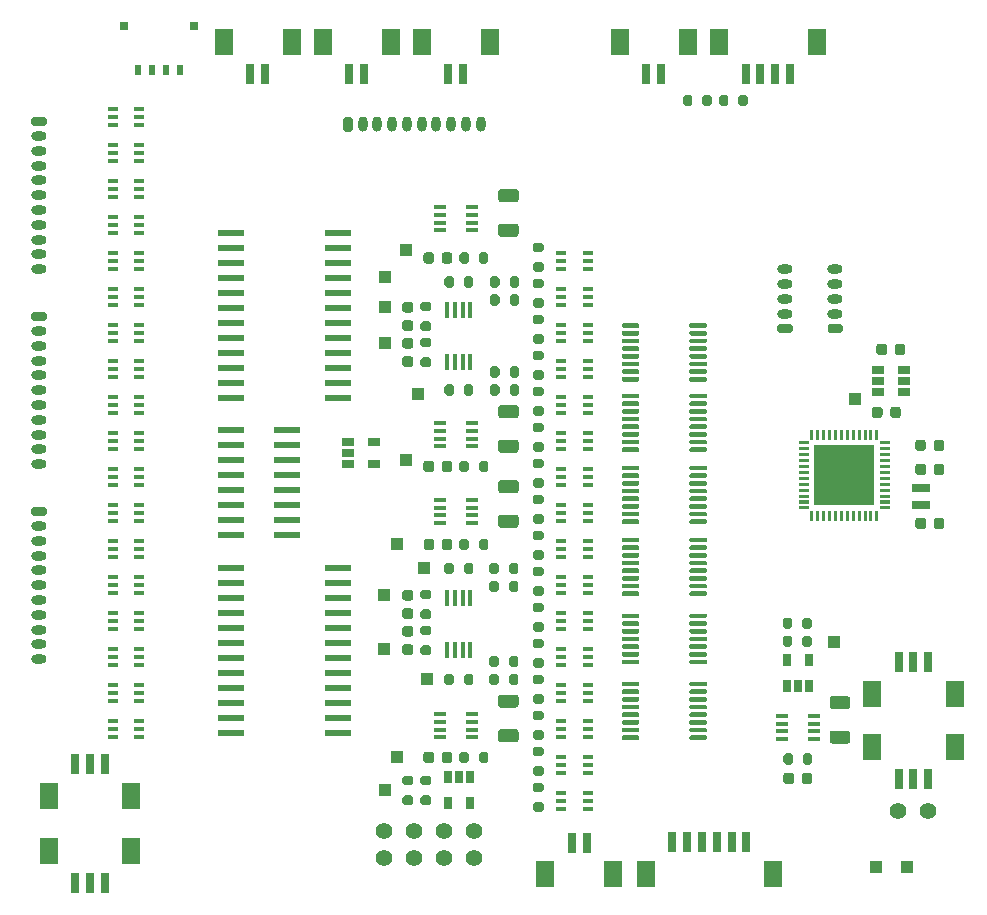
<source format=gbr>
%TF.GenerationSoftware,KiCad,Pcbnew,(5.1.10)-1*%
%TF.CreationDate,2023-08-20T09:24:49-05:00*%
%TF.ProjectId,brs_flight_computer,6272735f-666c-4696-9768-745f636f6d70,A*%
%TF.SameCoordinates,Original*%
%TF.FileFunction,Soldermask,Top*%
%TF.FilePolarity,Negative*%
%FSLAX46Y46*%
G04 Gerber Fmt 4.6, Leading zero omitted, Abs format (unit mm)*
G04 Created by KiCad (PCBNEW (5.1.10)-1) date 2023-08-20 09:24:49*
%MOMM*%
%LPD*%
G01*
G04 APERTURE LIST*
%ADD10R,1.000000X1.000000*%
%ADD11O,0.800000X1.300000*%
%ADD12C,1.400000*%
%ADD13R,0.650000X1.060000*%
%ADD14O,1.300000X0.800000*%
%ADD15R,0.450000X1.450000*%
%ADD16R,0.700000X1.800000*%
%ADD17R,1.600000X2.200000*%
%ADD18R,1.500000X0.800000*%
%ADD19R,0.876300X0.355600*%
%ADD20R,2.311400X0.558800*%
%ADD21R,1.060000X0.650000*%
%ADD22R,2.184400X0.558800*%
%ADD23R,1.003300X0.457200*%
%ADD24R,5.150000X5.150000*%
%ADD25R,0.600000X0.850000*%
%ADD26R,0.700000X0.800000*%
G04 APERTURE END LIST*
%TO.C,C18*%
G36*
G01*
X187127000Y-98048000D02*
X187127000Y-98548000D01*
G75*
G02*
X186902000Y-98773000I-225000J0D01*
G01*
X186452000Y-98773000D01*
G75*
G02*
X186227000Y-98548000I0J225000D01*
G01*
X186227000Y-98048000D01*
G75*
G02*
X186452000Y-97823000I225000J0D01*
G01*
X186902000Y-97823000D01*
G75*
G02*
X187127000Y-98048000I0J-225000D01*
G01*
G37*
G36*
G01*
X188677000Y-98048000D02*
X188677000Y-98548000D01*
G75*
G02*
X188452000Y-98773000I-225000J0D01*
G01*
X188002000Y-98773000D01*
G75*
G02*
X187777000Y-98548000I0J225000D01*
G01*
X187777000Y-98048000D01*
G75*
G02*
X188002000Y-97823000I225000J0D01*
G01*
X188452000Y-97823000D01*
G75*
G02*
X188677000Y-98048000I0J-225000D01*
G01*
G37*
%TD*%
D10*
%TO.C,TP11*%
X182626000Y-123063000D03*
%TD*%
%TO.C,TP9*%
X144653000Y-135636000D03*
%TD*%
D11*
%TO.C,J3*%
X152728000Y-79248000D03*
X151478000Y-79248000D03*
X150228000Y-79248000D03*
X148978000Y-79248000D03*
X147728000Y-79248000D03*
X146478000Y-79248000D03*
X145228000Y-79248000D03*
X143978000Y-79248000D03*
X142728000Y-79248000D03*
G36*
G01*
X141078000Y-79698000D02*
X141078000Y-78798000D01*
G75*
G02*
X141278000Y-78598000I200000J0D01*
G01*
X141678000Y-78598000D01*
G75*
G02*
X141878000Y-78798000I0J-200000D01*
G01*
X141878000Y-79698000D01*
G75*
G02*
X141678000Y-79898000I-200000J0D01*
G01*
X141278000Y-79898000D01*
G75*
G02*
X141078000Y-79698000I0J200000D01*
G01*
G37*
%TD*%
D12*
%TO.C,TP24*%
X188087000Y-137414000D03*
X190627000Y-137414000D03*
%TD*%
%TO.C,TP17*%
X152146000Y-141351000D03*
X149606000Y-141351000D03*
%TD*%
%TO.C,TP16*%
X147066000Y-141351000D03*
X144526000Y-141351000D03*
%TD*%
%TO.C,TP7*%
X147066000Y-139065000D03*
X144526000Y-139065000D03*
%TD*%
%TO.C,TP6*%
X152146000Y-139065000D03*
X149606000Y-139065000D03*
%TD*%
D10*
%TO.C,TP26*%
X188849000Y-142113000D03*
%TD*%
%TO.C,TP25*%
X186182000Y-142113000D03*
%TD*%
%TO.C,TP20*%
X147955000Y-116840000D03*
%TD*%
%TO.C,TP18*%
X147383500Y-102108000D03*
%TD*%
%TO.C,TP15*%
X144526000Y-119126000D03*
%TD*%
%TO.C,TP14*%
X145669000Y-114808000D03*
%TD*%
%TO.C,TP13*%
X144653000Y-97790000D03*
%TD*%
%TO.C,TP12*%
X146431000Y-107696000D03*
%TD*%
%TO.C,TP10*%
X144653000Y-92202000D03*
%TD*%
%TO.C,TP8*%
X148209000Y-126238000D03*
%TD*%
%TO.C,TP5*%
X144653000Y-94742000D03*
%TD*%
%TO.C,TP4*%
X146431000Y-89916000D03*
%TD*%
%TO.C,TP3*%
X144526000Y-123698000D03*
%TD*%
%TO.C,TP2*%
X145669000Y-132842000D03*
%TD*%
%TO.C,TP1*%
X184404000Y-102489000D03*
%TD*%
D13*
%TO.C,U3*%
X178628000Y-124630000D03*
X180528000Y-124630000D03*
X180528000Y-126830000D03*
X179578000Y-126830000D03*
X178628000Y-126830000D03*
%TD*%
D14*
%TO.C,J2*%
X178498500Y-91520000D03*
X178498500Y-92770000D03*
X178498500Y-94020000D03*
X178498500Y-95270000D03*
G36*
G01*
X178948500Y-96920000D02*
X178048500Y-96920000D01*
G75*
G02*
X177848500Y-96720000I0J200000D01*
G01*
X177848500Y-96320000D01*
G75*
G02*
X178048500Y-96120000I200000J0D01*
G01*
X178948500Y-96120000D01*
G75*
G02*
X179148500Y-96320000I0J-200000D01*
G01*
X179148500Y-96720000D01*
G75*
G02*
X178948500Y-96920000I-200000J0D01*
G01*
G37*
%TD*%
%TO.C,J1*%
X182753000Y-91520000D03*
X182753000Y-92770000D03*
X182753000Y-94020000D03*
X182753000Y-95270000D03*
G36*
G01*
X183203000Y-96920000D02*
X182303000Y-96920000D01*
G75*
G02*
X182103000Y-96720000I0J200000D01*
G01*
X182103000Y-96320000D01*
G75*
G02*
X182303000Y-96120000I200000J0D01*
G01*
X183203000Y-96120000D01*
G75*
G02*
X183403000Y-96320000I0J-200000D01*
G01*
X183403000Y-96720000D01*
G75*
G02*
X183203000Y-96920000I-200000J0D01*
G01*
G37*
%TD*%
%TO.C,C111*%
G36*
G01*
X186746000Y-103382000D02*
X186746000Y-103882000D01*
G75*
G02*
X186521000Y-104107000I-225000J0D01*
G01*
X186071000Y-104107000D01*
G75*
G02*
X185846000Y-103882000I0J225000D01*
G01*
X185846000Y-103382000D01*
G75*
G02*
X186071000Y-103157000I225000J0D01*
G01*
X186521000Y-103157000D01*
G75*
G02*
X186746000Y-103382000I0J-225000D01*
G01*
G37*
G36*
G01*
X188296000Y-103382000D02*
X188296000Y-103882000D01*
G75*
G02*
X188071000Y-104107000I-225000J0D01*
G01*
X187621000Y-104107000D01*
G75*
G02*
X187396000Y-103882000I0J225000D01*
G01*
X187396000Y-103382000D01*
G75*
G02*
X187621000Y-103157000I225000J0D01*
G01*
X188071000Y-103157000D01*
G75*
G02*
X188296000Y-103382000I0J-225000D01*
G01*
G37*
%TD*%
D15*
%TO.C,U2*%
X151851000Y-123739000D03*
X151201000Y-123739000D03*
X150551000Y-123739000D03*
X149901000Y-123739000D03*
X149901000Y-119339000D03*
X150551000Y-119339000D03*
X151201000Y-119339000D03*
X151851000Y-119339000D03*
%TD*%
D16*
%TO.C,J8*%
X190607000Y-124788000D03*
X189357000Y-124788000D03*
X188107000Y-124788000D03*
D17*
X185857000Y-127488000D03*
X192857000Y-127488000D03*
%TD*%
D16*
%TO.C,J5*%
X188107000Y-134673000D03*
X189357000Y-134673000D03*
X190607000Y-134673000D03*
D17*
X192857000Y-131973000D03*
X185857000Y-131973000D03*
%TD*%
D14*
%TO.C,J14*%
X115316000Y-108004000D03*
X115316000Y-106754000D03*
X115316000Y-105504000D03*
X115316000Y-104254000D03*
X115316000Y-103004000D03*
X115316000Y-101754000D03*
X115316000Y-100504000D03*
X115316000Y-99254000D03*
X115316000Y-98004000D03*
X115316000Y-96754000D03*
G36*
G01*
X114866000Y-95104000D02*
X115766000Y-95104000D01*
G75*
G02*
X115966000Y-95304000I0J-200000D01*
G01*
X115966000Y-95704000D01*
G75*
G02*
X115766000Y-95904000I-200000J0D01*
G01*
X114866000Y-95904000D01*
G75*
G02*
X114666000Y-95704000I0J200000D01*
G01*
X114666000Y-95304000D01*
G75*
G02*
X114866000Y-95104000I200000J0D01*
G01*
G37*
%TD*%
%TO.C,J13*%
X115316000Y-91494000D03*
X115316000Y-90244000D03*
X115316000Y-88994000D03*
X115316000Y-87744000D03*
X115316000Y-86494000D03*
X115316000Y-85244000D03*
X115316000Y-83994000D03*
X115316000Y-82744000D03*
X115316000Y-81494000D03*
X115316000Y-80244000D03*
G36*
G01*
X114866000Y-78594000D02*
X115766000Y-78594000D01*
G75*
G02*
X115966000Y-78794000I0J-200000D01*
G01*
X115966000Y-79194000D01*
G75*
G02*
X115766000Y-79394000I-200000J0D01*
G01*
X114866000Y-79394000D01*
G75*
G02*
X114666000Y-79194000I0J200000D01*
G01*
X114666000Y-78794000D01*
G75*
G02*
X114866000Y-78594000I200000J0D01*
G01*
G37*
%TD*%
%TO.C,J10*%
X115316000Y-124514000D03*
X115316000Y-123264000D03*
X115316000Y-122014000D03*
X115316000Y-120764000D03*
X115316000Y-119514000D03*
X115316000Y-118264000D03*
X115316000Y-117014000D03*
X115316000Y-115764000D03*
X115316000Y-114514000D03*
X115316000Y-113264000D03*
G36*
G01*
X114866000Y-111614000D02*
X115766000Y-111614000D01*
G75*
G02*
X115966000Y-111814000I0J-200000D01*
G01*
X115966000Y-112214000D01*
G75*
G02*
X115766000Y-112414000I-200000J0D01*
G01*
X114866000Y-112414000D01*
G75*
G02*
X114666000Y-112214000I0J200000D01*
G01*
X114666000Y-111814000D01*
G75*
G02*
X114866000Y-111614000I200000J0D01*
G01*
G37*
%TD*%
D18*
%TO.C,Y1*%
X189992000Y-111494000D03*
X189992000Y-109994000D03*
%TD*%
D19*
%TO.C,U59*%
X121570750Y-131078999D03*
X121570750Y-130429000D03*
X121570750Y-129779001D03*
X123793250Y-129779001D03*
X123793250Y-130429000D03*
X123793250Y-131078999D03*
%TD*%
%TO.C,U58*%
X121570750Y-128030999D03*
X121570750Y-127381000D03*
X121570750Y-126731001D03*
X123793250Y-126731001D03*
X123793250Y-127381000D03*
X123793250Y-128030999D03*
%TD*%
%TO.C,U57*%
X121570750Y-124982999D03*
X121570750Y-124333000D03*
X121570750Y-123683001D03*
X123793250Y-123683001D03*
X123793250Y-124333000D03*
X123793250Y-124982999D03*
%TD*%
%TO.C,U56*%
X121570750Y-121934999D03*
X121570750Y-121285000D03*
X121570750Y-120635001D03*
X123793250Y-120635001D03*
X123793250Y-121285000D03*
X123793250Y-121934999D03*
%TD*%
%TO.C,U55*%
X121570750Y-118886999D03*
X121570750Y-118237000D03*
X121570750Y-117587001D03*
X123793250Y-117587001D03*
X123793250Y-118237000D03*
X123793250Y-118886999D03*
%TD*%
%TO.C,U54*%
X121570750Y-115838999D03*
X121570750Y-115189000D03*
X121570750Y-114539001D03*
X123793250Y-114539001D03*
X123793250Y-115189000D03*
X123793250Y-115838999D03*
%TD*%
%TO.C,U53*%
X121570750Y-109742999D03*
X121570750Y-109093000D03*
X121570750Y-108443001D03*
X123793250Y-108443001D03*
X123793250Y-109093000D03*
X123793250Y-109742999D03*
%TD*%
%TO.C,U52*%
X121570750Y-112790999D03*
X121570750Y-112141000D03*
X121570750Y-111491001D03*
X123793250Y-111491001D03*
X123793250Y-112141000D03*
X123793250Y-112790999D03*
%TD*%
%TO.C,U51*%
X121570750Y-100598999D03*
X121570750Y-99949000D03*
X121570750Y-99299001D03*
X123793250Y-99299001D03*
X123793250Y-99949000D03*
X123793250Y-100598999D03*
%TD*%
%TO.C,U50*%
X121570750Y-103646999D03*
X121570750Y-102997000D03*
X121570750Y-102347001D03*
X123793250Y-102347001D03*
X123793250Y-102997000D03*
X123793250Y-103646999D03*
%TD*%
%TO.C,U49*%
X121570750Y-106694999D03*
X121570750Y-106045000D03*
X121570750Y-105395001D03*
X123793250Y-105395001D03*
X123793250Y-106045000D03*
X123793250Y-106694999D03*
%TD*%
%TO.C,U48*%
X121570750Y-97550999D03*
X121570750Y-96901000D03*
X121570750Y-96251001D03*
X123793250Y-96251001D03*
X123793250Y-96901000D03*
X123793250Y-97550999D03*
%TD*%
%TO.C,U47*%
X121570750Y-94502999D03*
X121570750Y-93853000D03*
X121570750Y-93203001D03*
X123793250Y-93203001D03*
X123793250Y-93853000D03*
X123793250Y-94502999D03*
%TD*%
%TO.C,U46*%
X121570750Y-91454999D03*
X121570750Y-90805000D03*
X121570750Y-90155001D03*
X123793250Y-90155001D03*
X123793250Y-90805000D03*
X123793250Y-91454999D03*
%TD*%
%TO.C,U45*%
X121570750Y-88406999D03*
X121570750Y-87757000D03*
X121570750Y-87107001D03*
X123793250Y-87107001D03*
X123793250Y-87757000D03*
X123793250Y-88406999D03*
%TD*%
%TO.C,U44*%
X121570750Y-85358999D03*
X121570750Y-84709000D03*
X121570750Y-84059001D03*
X123793250Y-84059001D03*
X123793250Y-84709000D03*
X123793250Y-85358999D03*
%TD*%
%TO.C,U43*%
X121570750Y-79262999D03*
X121570750Y-78613000D03*
X121570750Y-77963001D03*
X123793250Y-77963001D03*
X123793250Y-78613000D03*
X123793250Y-79262999D03*
%TD*%
%TO.C,U42*%
X121570750Y-82310999D03*
X121570750Y-81661000D03*
X121570750Y-81011001D03*
X123793250Y-81011001D03*
X123793250Y-81661000D03*
X123793250Y-82310999D03*
%TD*%
D20*
%TO.C,U41*%
X131622800Y-130810000D03*
X131622800Y-129540000D03*
X131622800Y-128270000D03*
X131622800Y-127000000D03*
X131622800Y-125730000D03*
X131622800Y-124460000D03*
X131622800Y-123190000D03*
X131622800Y-121920000D03*
X131622800Y-120650000D03*
X131622800Y-119380000D03*
X131622800Y-118110000D03*
X131622800Y-116840000D03*
X140665200Y-116840000D03*
X140665200Y-118110000D03*
X140665200Y-119380000D03*
X140665200Y-120650000D03*
X140665200Y-121920000D03*
X140665200Y-123190000D03*
X140665200Y-124460000D03*
X140665200Y-125730000D03*
X140665200Y-127000000D03*
X140665200Y-128270000D03*
X140665200Y-129540000D03*
X140665200Y-130810000D03*
%TD*%
%TO.C,U40*%
X131622800Y-102400800D03*
X131622800Y-101130800D03*
X131622800Y-99860800D03*
X131622800Y-98590800D03*
X131622800Y-97320800D03*
X131622800Y-96050800D03*
X131622800Y-94780800D03*
X131622800Y-93510800D03*
X131622800Y-92240800D03*
X131622800Y-90970800D03*
X131622800Y-89700800D03*
X131622800Y-88430800D03*
X140665200Y-88430800D03*
X140665200Y-89700800D03*
X140665200Y-90970800D03*
X140665200Y-92240800D03*
X140665200Y-93510800D03*
X140665200Y-94780800D03*
X140665200Y-96050800D03*
X140665200Y-97320800D03*
X140665200Y-98590800D03*
X140665200Y-99860800D03*
X140665200Y-101130800D03*
X140665200Y-102400800D03*
%TD*%
D21*
%TO.C,U39*%
X143721000Y-106111000D03*
X143721000Y-108011000D03*
X141521000Y-108011000D03*
X141521000Y-107061000D03*
X141521000Y-106111000D03*
%TD*%
D22*
%TO.C,U38*%
X131622800Y-114046000D03*
X131622800Y-112776000D03*
X131622800Y-111506000D03*
X131622800Y-110236000D03*
X131622800Y-108966000D03*
X131622800Y-107696000D03*
X131622800Y-106426000D03*
X131622800Y-105156000D03*
X136347200Y-105156000D03*
X136347200Y-106426000D03*
X136347200Y-107696000D03*
X136347200Y-108966000D03*
X136347200Y-110236000D03*
X136347200Y-111506000D03*
X136347200Y-112776000D03*
X136347200Y-114046000D03*
%TD*%
D19*
%TO.C,U37*%
X161766250Y-135875001D03*
X161766250Y-136525000D03*
X161766250Y-137174999D03*
X159543750Y-137174999D03*
X159543750Y-136525000D03*
X159543750Y-135875001D03*
%TD*%
%TO.C,U36*%
G36*
G01*
X166150000Y-131080000D02*
X166150000Y-131280000D01*
G75*
G02*
X166050000Y-131380000I-100000J0D01*
G01*
X164775000Y-131380000D01*
G75*
G02*
X164675000Y-131280000I0J100000D01*
G01*
X164675000Y-131080000D01*
G75*
G02*
X164775000Y-130980000I100000J0D01*
G01*
X166050000Y-130980000D01*
G75*
G02*
X166150000Y-131080000I0J-100000D01*
G01*
G37*
G36*
G01*
X166150000Y-130430000D02*
X166150000Y-130630000D01*
G75*
G02*
X166050000Y-130730000I-100000J0D01*
G01*
X164775000Y-130730000D01*
G75*
G02*
X164675000Y-130630000I0J100000D01*
G01*
X164675000Y-130430000D01*
G75*
G02*
X164775000Y-130330000I100000J0D01*
G01*
X166050000Y-130330000D01*
G75*
G02*
X166150000Y-130430000I0J-100000D01*
G01*
G37*
G36*
G01*
X166150000Y-129780000D02*
X166150000Y-129980000D01*
G75*
G02*
X166050000Y-130080000I-100000J0D01*
G01*
X164775000Y-130080000D01*
G75*
G02*
X164675000Y-129980000I0J100000D01*
G01*
X164675000Y-129780000D01*
G75*
G02*
X164775000Y-129680000I100000J0D01*
G01*
X166050000Y-129680000D01*
G75*
G02*
X166150000Y-129780000I0J-100000D01*
G01*
G37*
G36*
G01*
X166150000Y-129130000D02*
X166150000Y-129330000D01*
G75*
G02*
X166050000Y-129430000I-100000J0D01*
G01*
X164775000Y-129430000D01*
G75*
G02*
X164675000Y-129330000I0J100000D01*
G01*
X164675000Y-129130000D01*
G75*
G02*
X164775000Y-129030000I100000J0D01*
G01*
X166050000Y-129030000D01*
G75*
G02*
X166150000Y-129130000I0J-100000D01*
G01*
G37*
G36*
G01*
X166150000Y-128480000D02*
X166150000Y-128680000D01*
G75*
G02*
X166050000Y-128780000I-100000J0D01*
G01*
X164775000Y-128780000D01*
G75*
G02*
X164675000Y-128680000I0J100000D01*
G01*
X164675000Y-128480000D01*
G75*
G02*
X164775000Y-128380000I100000J0D01*
G01*
X166050000Y-128380000D01*
G75*
G02*
X166150000Y-128480000I0J-100000D01*
G01*
G37*
G36*
G01*
X166150000Y-127830000D02*
X166150000Y-128030000D01*
G75*
G02*
X166050000Y-128130000I-100000J0D01*
G01*
X164775000Y-128130000D01*
G75*
G02*
X164675000Y-128030000I0J100000D01*
G01*
X164675000Y-127830000D01*
G75*
G02*
X164775000Y-127730000I100000J0D01*
G01*
X166050000Y-127730000D01*
G75*
G02*
X166150000Y-127830000I0J-100000D01*
G01*
G37*
G36*
G01*
X166150000Y-127180000D02*
X166150000Y-127380000D01*
G75*
G02*
X166050000Y-127480000I-100000J0D01*
G01*
X164775000Y-127480000D01*
G75*
G02*
X164675000Y-127380000I0J100000D01*
G01*
X164675000Y-127180000D01*
G75*
G02*
X164775000Y-127080000I100000J0D01*
G01*
X166050000Y-127080000D01*
G75*
G02*
X166150000Y-127180000I0J-100000D01*
G01*
G37*
G36*
G01*
X166150000Y-126530000D02*
X166150000Y-126730000D01*
G75*
G02*
X166050000Y-126830000I-100000J0D01*
G01*
X164775000Y-126830000D01*
G75*
G02*
X164675000Y-126730000I0J100000D01*
G01*
X164675000Y-126530000D01*
G75*
G02*
X164775000Y-126430000I100000J0D01*
G01*
X166050000Y-126430000D01*
G75*
G02*
X166150000Y-126530000I0J-100000D01*
G01*
G37*
G36*
G01*
X171875000Y-126530000D02*
X171875000Y-126730000D01*
G75*
G02*
X171775000Y-126830000I-100000J0D01*
G01*
X170500000Y-126830000D01*
G75*
G02*
X170400000Y-126730000I0J100000D01*
G01*
X170400000Y-126530000D01*
G75*
G02*
X170500000Y-126430000I100000J0D01*
G01*
X171775000Y-126430000D01*
G75*
G02*
X171875000Y-126530000I0J-100000D01*
G01*
G37*
G36*
G01*
X171875000Y-127180000D02*
X171875000Y-127380000D01*
G75*
G02*
X171775000Y-127480000I-100000J0D01*
G01*
X170500000Y-127480000D01*
G75*
G02*
X170400000Y-127380000I0J100000D01*
G01*
X170400000Y-127180000D01*
G75*
G02*
X170500000Y-127080000I100000J0D01*
G01*
X171775000Y-127080000D01*
G75*
G02*
X171875000Y-127180000I0J-100000D01*
G01*
G37*
G36*
G01*
X171875000Y-127830000D02*
X171875000Y-128030000D01*
G75*
G02*
X171775000Y-128130000I-100000J0D01*
G01*
X170500000Y-128130000D01*
G75*
G02*
X170400000Y-128030000I0J100000D01*
G01*
X170400000Y-127830000D01*
G75*
G02*
X170500000Y-127730000I100000J0D01*
G01*
X171775000Y-127730000D01*
G75*
G02*
X171875000Y-127830000I0J-100000D01*
G01*
G37*
G36*
G01*
X171875000Y-128480000D02*
X171875000Y-128680000D01*
G75*
G02*
X171775000Y-128780000I-100000J0D01*
G01*
X170500000Y-128780000D01*
G75*
G02*
X170400000Y-128680000I0J100000D01*
G01*
X170400000Y-128480000D01*
G75*
G02*
X170500000Y-128380000I100000J0D01*
G01*
X171775000Y-128380000D01*
G75*
G02*
X171875000Y-128480000I0J-100000D01*
G01*
G37*
G36*
G01*
X171875000Y-129130000D02*
X171875000Y-129330000D01*
G75*
G02*
X171775000Y-129430000I-100000J0D01*
G01*
X170500000Y-129430000D01*
G75*
G02*
X170400000Y-129330000I0J100000D01*
G01*
X170400000Y-129130000D01*
G75*
G02*
X170500000Y-129030000I100000J0D01*
G01*
X171775000Y-129030000D01*
G75*
G02*
X171875000Y-129130000I0J-100000D01*
G01*
G37*
G36*
G01*
X171875000Y-129780000D02*
X171875000Y-129980000D01*
G75*
G02*
X171775000Y-130080000I-100000J0D01*
G01*
X170500000Y-130080000D01*
G75*
G02*
X170400000Y-129980000I0J100000D01*
G01*
X170400000Y-129780000D01*
G75*
G02*
X170500000Y-129680000I100000J0D01*
G01*
X171775000Y-129680000D01*
G75*
G02*
X171875000Y-129780000I0J-100000D01*
G01*
G37*
G36*
G01*
X171875000Y-130430000D02*
X171875000Y-130630000D01*
G75*
G02*
X171775000Y-130730000I-100000J0D01*
G01*
X170500000Y-130730000D01*
G75*
G02*
X170400000Y-130630000I0J100000D01*
G01*
X170400000Y-130430000D01*
G75*
G02*
X170500000Y-130330000I100000J0D01*
G01*
X171775000Y-130330000D01*
G75*
G02*
X171875000Y-130430000I0J-100000D01*
G01*
G37*
G36*
G01*
X171875000Y-131080000D02*
X171875000Y-131280000D01*
G75*
G02*
X171775000Y-131380000I-100000J0D01*
G01*
X170500000Y-131380000D01*
G75*
G02*
X170400000Y-131280000I0J100000D01*
G01*
X170400000Y-131080000D01*
G75*
G02*
X170500000Y-130980000I100000J0D01*
G01*
X171775000Y-130980000D01*
G75*
G02*
X171875000Y-131080000I0J-100000D01*
G01*
G37*
%TD*%
%TO.C,U35*%
X161766250Y-132827001D03*
X161766250Y-133477000D03*
X161766250Y-134126999D03*
X159543750Y-134126999D03*
X159543750Y-133477000D03*
X159543750Y-132827001D03*
%TD*%
%TO.C,U34*%
X161766250Y-129779001D03*
X161766250Y-130429000D03*
X161766250Y-131078999D03*
X159543750Y-131078999D03*
X159543750Y-130429000D03*
X159543750Y-129779001D03*
%TD*%
%TO.C,U33*%
X161766250Y-126731001D03*
X161766250Y-127381000D03*
X161766250Y-128030999D03*
X159543750Y-128030999D03*
X159543750Y-127381000D03*
X159543750Y-126731001D03*
%TD*%
%TO.C,U32*%
X161766250Y-123683001D03*
X161766250Y-124333000D03*
X161766250Y-124982999D03*
X159543750Y-124982999D03*
X159543750Y-124333000D03*
X159543750Y-123683001D03*
%TD*%
%TO.C,U31*%
G36*
G01*
X166150000Y-118888000D02*
X166150000Y-119088000D01*
G75*
G02*
X166050000Y-119188000I-100000J0D01*
G01*
X164775000Y-119188000D01*
G75*
G02*
X164675000Y-119088000I0J100000D01*
G01*
X164675000Y-118888000D01*
G75*
G02*
X164775000Y-118788000I100000J0D01*
G01*
X166050000Y-118788000D01*
G75*
G02*
X166150000Y-118888000I0J-100000D01*
G01*
G37*
G36*
G01*
X166150000Y-118238000D02*
X166150000Y-118438000D01*
G75*
G02*
X166050000Y-118538000I-100000J0D01*
G01*
X164775000Y-118538000D01*
G75*
G02*
X164675000Y-118438000I0J100000D01*
G01*
X164675000Y-118238000D01*
G75*
G02*
X164775000Y-118138000I100000J0D01*
G01*
X166050000Y-118138000D01*
G75*
G02*
X166150000Y-118238000I0J-100000D01*
G01*
G37*
G36*
G01*
X166150000Y-117588000D02*
X166150000Y-117788000D01*
G75*
G02*
X166050000Y-117888000I-100000J0D01*
G01*
X164775000Y-117888000D01*
G75*
G02*
X164675000Y-117788000I0J100000D01*
G01*
X164675000Y-117588000D01*
G75*
G02*
X164775000Y-117488000I100000J0D01*
G01*
X166050000Y-117488000D01*
G75*
G02*
X166150000Y-117588000I0J-100000D01*
G01*
G37*
G36*
G01*
X166150000Y-116938000D02*
X166150000Y-117138000D01*
G75*
G02*
X166050000Y-117238000I-100000J0D01*
G01*
X164775000Y-117238000D01*
G75*
G02*
X164675000Y-117138000I0J100000D01*
G01*
X164675000Y-116938000D01*
G75*
G02*
X164775000Y-116838000I100000J0D01*
G01*
X166050000Y-116838000D01*
G75*
G02*
X166150000Y-116938000I0J-100000D01*
G01*
G37*
G36*
G01*
X166150000Y-116288000D02*
X166150000Y-116488000D01*
G75*
G02*
X166050000Y-116588000I-100000J0D01*
G01*
X164775000Y-116588000D01*
G75*
G02*
X164675000Y-116488000I0J100000D01*
G01*
X164675000Y-116288000D01*
G75*
G02*
X164775000Y-116188000I100000J0D01*
G01*
X166050000Y-116188000D01*
G75*
G02*
X166150000Y-116288000I0J-100000D01*
G01*
G37*
G36*
G01*
X166150000Y-115638000D02*
X166150000Y-115838000D01*
G75*
G02*
X166050000Y-115938000I-100000J0D01*
G01*
X164775000Y-115938000D01*
G75*
G02*
X164675000Y-115838000I0J100000D01*
G01*
X164675000Y-115638000D01*
G75*
G02*
X164775000Y-115538000I100000J0D01*
G01*
X166050000Y-115538000D01*
G75*
G02*
X166150000Y-115638000I0J-100000D01*
G01*
G37*
G36*
G01*
X166150000Y-114988000D02*
X166150000Y-115188000D01*
G75*
G02*
X166050000Y-115288000I-100000J0D01*
G01*
X164775000Y-115288000D01*
G75*
G02*
X164675000Y-115188000I0J100000D01*
G01*
X164675000Y-114988000D01*
G75*
G02*
X164775000Y-114888000I100000J0D01*
G01*
X166050000Y-114888000D01*
G75*
G02*
X166150000Y-114988000I0J-100000D01*
G01*
G37*
G36*
G01*
X166150000Y-114338000D02*
X166150000Y-114538000D01*
G75*
G02*
X166050000Y-114638000I-100000J0D01*
G01*
X164775000Y-114638000D01*
G75*
G02*
X164675000Y-114538000I0J100000D01*
G01*
X164675000Y-114338000D01*
G75*
G02*
X164775000Y-114238000I100000J0D01*
G01*
X166050000Y-114238000D01*
G75*
G02*
X166150000Y-114338000I0J-100000D01*
G01*
G37*
G36*
G01*
X171875000Y-114338000D02*
X171875000Y-114538000D01*
G75*
G02*
X171775000Y-114638000I-100000J0D01*
G01*
X170500000Y-114638000D01*
G75*
G02*
X170400000Y-114538000I0J100000D01*
G01*
X170400000Y-114338000D01*
G75*
G02*
X170500000Y-114238000I100000J0D01*
G01*
X171775000Y-114238000D01*
G75*
G02*
X171875000Y-114338000I0J-100000D01*
G01*
G37*
G36*
G01*
X171875000Y-114988000D02*
X171875000Y-115188000D01*
G75*
G02*
X171775000Y-115288000I-100000J0D01*
G01*
X170500000Y-115288000D01*
G75*
G02*
X170400000Y-115188000I0J100000D01*
G01*
X170400000Y-114988000D01*
G75*
G02*
X170500000Y-114888000I100000J0D01*
G01*
X171775000Y-114888000D01*
G75*
G02*
X171875000Y-114988000I0J-100000D01*
G01*
G37*
G36*
G01*
X171875000Y-115638000D02*
X171875000Y-115838000D01*
G75*
G02*
X171775000Y-115938000I-100000J0D01*
G01*
X170500000Y-115938000D01*
G75*
G02*
X170400000Y-115838000I0J100000D01*
G01*
X170400000Y-115638000D01*
G75*
G02*
X170500000Y-115538000I100000J0D01*
G01*
X171775000Y-115538000D01*
G75*
G02*
X171875000Y-115638000I0J-100000D01*
G01*
G37*
G36*
G01*
X171875000Y-116288000D02*
X171875000Y-116488000D01*
G75*
G02*
X171775000Y-116588000I-100000J0D01*
G01*
X170500000Y-116588000D01*
G75*
G02*
X170400000Y-116488000I0J100000D01*
G01*
X170400000Y-116288000D01*
G75*
G02*
X170500000Y-116188000I100000J0D01*
G01*
X171775000Y-116188000D01*
G75*
G02*
X171875000Y-116288000I0J-100000D01*
G01*
G37*
G36*
G01*
X171875000Y-116938000D02*
X171875000Y-117138000D01*
G75*
G02*
X171775000Y-117238000I-100000J0D01*
G01*
X170500000Y-117238000D01*
G75*
G02*
X170400000Y-117138000I0J100000D01*
G01*
X170400000Y-116938000D01*
G75*
G02*
X170500000Y-116838000I100000J0D01*
G01*
X171775000Y-116838000D01*
G75*
G02*
X171875000Y-116938000I0J-100000D01*
G01*
G37*
G36*
G01*
X171875000Y-117588000D02*
X171875000Y-117788000D01*
G75*
G02*
X171775000Y-117888000I-100000J0D01*
G01*
X170500000Y-117888000D01*
G75*
G02*
X170400000Y-117788000I0J100000D01*
G01*
X170400000Y-117588000D01*
G75*
G02*
X170500000Y-117488000I100000J0D01*
G01*
X171775000Y-117488000D01*
G75*
G02*
X171875000Y-117588000I0J-100000D01*
G01*
G37*
G36*
G01*
X171875000Y-118238000D02*
X171875000Y-118438000D01*
G75*
G02*
X171775000Y-118538000I-100000J0D01*
G01*
X170500000Y-118538000D01*
G75*
G02*
X170400000Y-118438000I0J100000D01*
G01*
X170400000Y-118238000D01*
G75*
G02*
X170500000Y-118138000I100000J0D01*
G01*
X171775000Y-118138000D01*
G75*
G02*
X171875000Y-118238000I0J-100000D01*
G01*
G37*
G36*
G01*
X171875000Y-118888000D02*
X171875000Y-119088000D01*
G75*
G02*
X171775000Y-119188000I-100000J0D01*
G01*
X170500000Y-119188000D01*
G75*
G02*
X170400000Y-119088000I0J100000D01*
G01*
X170400000Y-118888000D01*
G75*
G02*
X170500000Y-118788000I100000J0D01*
G01*
X171775000Y-118788000D01*
G75*
G02*
X171875000Y-118888000I0J-100000D01*
G01*
G37*
%TD*%
%TO.C,U30*%
X161766250Y-120635001D03*
X161766250Y-121285000D03*
X161766250Y-121934999D03*
X159543750Y-121934999D03*
X159543750Y-121285000D03*
X159543750Y-120635001D03*
%TD*%
%TO.C,U29*%
X161766250Y-117587001D03*
X161766250Y-118237000D03*
X161766250Y-118886999D03*
X159543750Y-118886999D03*
X159543750Y-118237000D03*
X159543750Y-117587001D03*
%TD*%
%TO.C,U28*%
X161766250Y-114539001D03*
X161766250Y-115189000D03*
X161766250Y-115838999D03*
X159543750Y-115838999D03*
X159543750Y-115189000D03*
X159543750Y-114539001D03*
%TD*%
%TO.C,U27*%
X161766250Y-111491001D03*
X161766250Y-112141000D03*
X161766250Y-112790999D03*
X159543750Y-112790999D03*
X159543750Y-112141000D03*
X159543750Y-111491001D03*
%TD*%
%TO.C,U26*%
G36*
G01*
X166150000Y-112792000D02*
X166150000Y-112992000D01*
G75*
G02*
X166050000Y-113092000I-100000J0D01*
G01*
X164775000Y-113092000D01*
G75*
G02*
X164675000Y-112992000I0J100000D01*
G01*
X164675000Y-112792000D01*
G75*
G02*
X164775000Y-112692000I100000J0D01*
G01*
X166050000Y-112692000D01*
G75*
G02*
X166150000Y-112792000I0J-100000D01*
G01*
G37*
G36*
G01*
X166150000Y-112142000D02*
X166150000Y-112342000D01*
G75*
G02*
X166050000Y-112442000I-100000J0D01*
G01*
X164775000Y-112442000D01*
G75*
G02*
X164675000Y-112342000I0J100000D01*
G01*
X164675000Y-112142000D01*
G75*
G02*
X164775000Y-112042000I100000J0D01*
G01*
X166050000Y-112042000D01*
G75*
G02*
X166150000Y-112142000I0J-100000D01*
G01*
G37*
G36*
G01*
X166150000Y-111492000D02*
X166150000Y-111692000D01*
G75*
G02*
X166050000Y-111792000I-100000J0D01*
G01*
X164775000Y-111792000D01*
G75*
G02*
X164675000Y-111692000I0J100000D01*
G01*
X164675000Y-111492000D01*
G75*
G02*
X164775000Y-111392000I100000J0D01*
G01*
X166050000Y-111392000D01*
G75*
G02*
X166150000Y-111492000I0J-100000D01*
G01*
G37*
G36*
G01*
X166150000Y-110842000D02*
X166150000Y-111042000D01*
G75*
G02*
X166050000Y-111142000I-100000J0D01*
G01*
X164775000Y-111142000D01*
G75*
G02*
X164675000Y-111042000I0J100000D01*
G01*
X164675000Y-110842000D01*
G75*
G02*
X164775000Y-110742000I100000J0D01*
G01*
X166050000Y-110742000D01*
G75*
G02*
X166150000Y-110842000I0J-100000D01*
G01*
G37*
G36*
G01*
X166150000Y-110192000D02*
X166150000Y-110392000D01*
G75*
G02*
X166050000Y-110492000I-100000J0D01*
G01*
X164775000Y-110492000D01*
G75*
G02*
X164675000Y-110392000I0J100000D01*
G01*
X164675000Y-110192000D01*
G75*
G02*
X164775000Y-110092000I100000J0D01*
G01*
X166050000Y-110092000D01*
G75*
G02*
X166150000Y-110192000I0J-100000D01*
G01*
G37*
G36*
G01*
X166150000Y-109542000D02*
X166150000Y-109742000D01*
G75*
G02*
X166050000Y-109842000I-100000J0D01*
G01*
X164775000Y-109842000D01*
G75*
G02*
X164675000Y-109742000I0J100000D01*
G01*
X164675000Y-109542000D01*
G75*
G02*
X164775000Y-109442000I100000J0D01*
G01*
X166050000Y-109442000D01*
G75*
G02*
X166150000Y-109542000I0J-100000D01*
G01*
G37*
G36*
G01*
X166150000Y-108892000D02*
X166150000Y-109092000D01*
G75*
G02*
X166050000Y-109192000I-100000J0D01*
G01*
X164775000Y-109192000D01*
G75*
G02*
X164675000Y-109092000I0J100000D01*
G01*
X164675000Y-108892000D01*
G75*
G02*
X164775000Y-108792000I100000J0D01*
G01*
X166050000Y-108792000D01*
G75*
G02*
X166150000Y-108892000I0J-100000D01*
G01*
G37*
G36*
G01*
X166150000Y-108242000D02*
X166150000Y-108442000D01*
G75*
G02*
X166050000Y-108542000I-100000J0D01*
G01*
X164775000Y-108542000D01*
G75*
G02*
X164675000Y-108442000I0J100000D01*
G01*
X164675000Y-108242000D01*
G75*
G02*
X164775000Y-108142000I100000J0D01*
G01*
X166050000Y-108142000D01*
G75*
G02*
X166150000Y-108242000I0J-100000D01*
G01*
G37*
G36*
G01*
X171875000Y-108242000D02*
X171875000Y-108442000D01*
G75*
G02*
X171775000Y-108542000I-100000J0D01*
G01*
X170500000Y-108542000D01*
G75*
G02*
X170400000Y-108442000I0J100000D01*
G01*
X170400000Y-108242000D01*
G75*
G02*
X170500000Y-108142000I100000J0D01*
G01*
X171775000Y-108142000D01*
G75*
G02*
X171875000Y-108242000I0J-100000D01*
G01*
G37*
G36*
G01*
X171875000Y-108892000D02*
X171875000Y-109092000D01*
G75*
G02*
X171775000Y-109192000I-100000J0D01*
G01*
X170500000Y-109192000D01*
G75*
G02*
X170400000Y-109092000I0J100000D01*
G01*
X170400000Y-108892000D01*
G75*
G02*
X170500000Y-108792000I100000J0D01*
G01*
X171775000Y-108792000D01*
G75*
G02*
X171875000Y-108892000I0J-100000D01*
G01*
G37*
G36*
G01*
X171875000Y-109542000D02*
X171875000Y-109742000D01*
G75*
G02*
X171775000Y-109842000I-100000J0D01*
G01*
X170500000Y-109842000D01*
G75*
G02*
X170400000Y-109742000I0J100000D01*
G01*
X170400000Y-109542000D01*
G75*
G02*
X170500000Y-109442000I100000J0D01*
G01*
X171775000Y-109442000D01*
G75*
G02*
X171875000Y-109542000I0J-100000D01*
G01*
G37*
G36*
G01*
X171875000Y-110192000D02*
X171875000Y-110392000D01*
G75*
G02*
X171775000Y-110492000I-100000J0D01*
G01*
X170500000Y-110492000D01*
G75*
G02*
X170400000Y-110392000I0J100000D01*
G01*
X170400000Y-110192000D01*
G75*
G02*
X170500000Y-110092000I100000J0D01*
G01*
X171775000Y-110092000D01*
G75*
G02*
X171875000Y-110192000I0J-100000D01*
G01*
G37*
G36*
G01*
X171875000Y-110842000D02*
X171875000Y-111042000D01*
G75*
G02*
X171775000Y-111142000I-100000J0D01*
G01*
X170500000Y-111142000D01*
G75*
G02*
X170400000Y-111042000I0J100000D01*
G01*
X170400000Y-110842000D01*
G75*
G02*
X170500000Y-110742000I100000J0D01*
G01*
X171775000Y-110742000D01*
G75*
G02*
X171875000Y-110842000I0J-100000D01*
G01*
G37*
G36*
G01*
X171875000Y-111492000D02*
X171875000Y-111692000D01*
G75*
G02*
X171775000Y-111792000I-100000J0D01*
G01*
X170500000Y-111792000D01*
G75*
G02*
X170400000Y-111692000I0J100000D01*
G01*
X170400000Y-111492000D01*
G75*
G02*
X170500000Y-111392000I100000J0D01*
G01*
X171775000Y-111392000D01*
G75*
G02*
X171875000Y-111492000I0J-100000D01*
G01*
G37*
G36*
G01*
X171875000Y-112142000D02*
X171875000Y-112342000D01*
G75*
G02*
X171775000Y-112442000I-100000J0D01*
G01*
X170500000Y-112442000D01*
G75*
G02*
X170400000Y-112342000I0J100000D01*
G01*
X170400000Y-112142000D01*
G75*
G02*
X170500000Y-112042000I100000J0D01*
G01*
X171775000Y-112042000D01*
G75*
G02*
X171875000Y-112142000I0J-100000D01*
G01*
G37*
G36*
G01*
X171875000Y-112792000D02*
X171875000Y-112992000D01*
G75*
G02*
X171775000Y-113092000I-100000J0D01*
G01*
X170500000Y-113092000D01*
G75*
G02*
X170400000Y-112992000I0J100000D01*
G01*
X170400000Y-112792000D01*
G75*
G02*
X170500000Y-112692000I100000J0D01*
G01*
X171775000Y-112692000D01*
G75*
G02*
X171875000Y-112792000I0J-100000D01*
G01*
G37*
%TD*%
%TO.C,U25*%
X161766250Y-108443001D03*
X161766250Y-109093000D03*
X161766250Y-109742999D03*
X159543750Y-109742999D03*
X159543750Y-109093000D03*
X159543750Y-108443001D03*
%TD*%
%TO.C,U24*%
X161766250Y-105395001D03*
X161766250Y-106045000D03*
X161766250Y-106694999D03*
X159543750Y-106694999D03*
X159543750Y-106045000D03*
X159543750Y-105395001D03*
%TD*%
%TO.C,U23*%
X161766250Y-102347001D03*
X161766250Y-102997000D03*
X161766250Y-103646999D03*
X159543750Y-103646999D03*
X159543750Y-102997000D03*
X159543750Y-102347001D03*
%TD*%
%TO.C,U22*%
X161766250Y-99299001D03*
X161766250Y-99949000D03*
X161766250Y-100598999D03*
X159543750Y-100598999D03*
X159543750Y-99949000D03*
X159543750Y-99299001D03*
%TD*%
%TO.C,U21*%
G36*
G01*
X166150000Y-106696000D02*
X166150000Y-106896000D01*
G75*
G02*
X166050000Y-106996000I-100000J0D01*
G01*
X164775000Y-106996000D01*
G75*
G02*
X164675000Y-106896000I0J100000D01*
G01*
X164675000Y-106696000D01*
G75*
G02*
X164775000Y-106596000I100000J0D01*
G01*
X166050000Y-106596000D01*
G75*
G02*
X166150000Y-106696000I0J-100000D01*
G01*
G37*
G36*
G01*
X166150000Y-106046000D02*
X166150000Y-106246000D01*
G75*
G02*
X166050000Y-106346000I-100000J0D01*
G01*
X164775000Y-106346000D01*
G75*
G02*
X164675000Y-106246000I0J100000D01*
G01*
X164675000Y-106046000D01*
G75*
G02*
X164775000Y-105946000I100000J0D01*
G01*
X166050000Y-105946000D01*
G75*
G02*
X166150000Y-106046000I0J-100000D01*
G01*
G37*
G36*
G01*
X166150000Y-105396000D02*
X166150000Y-105596000D01*
G75*
G02*
X166050000Y-105696000I-100000J0D01*
G01*
X164775000Y-105696000D01*
G75*
G02*
X164675000Y-105596000I0J100000D01*
G01*
X164675000Y-105396000D01*
G75*
G02*
X164775000Y-105296000I100000J0D01*
G01*
X166050000Y-105296000D01*
G75*
G02*
X166150000Y-105396000I0J-100000D01*
G01*
G37*
G36*
G01*
X166150000Y-104746000D02*
X166150000Y-104946000D01*
G75*
G02*
X166050000Y-105046000I-100000J0D01*
G01*
X164775000Y-105046000D01*
G75*
G02*
X164675000Y-104946000I0J100000D01*
G01*
X164675000Y-104746000D01*
G75*
G02*
X164775000Y-104646000I100000J0D01*
G01*
X166050000Y-104646000D01*
G75*
G02*
X166150000Y-104746000I0J-100000D01*
G01*
G37*
G36*
G01*
X166150000Y-104096000D02*
X166150000Y-104296000D01*
G75*
G02*
X166050000Y-104396000I-100000J0D01*
G01*
X164775000Y-104396000D01*
G75*
G02*
X164675000Y-104296000I0J100000D01*
G01*
X164675000Y-104096000D01*
G75*
G02*
X164775000Y-103996000I100000J0D01*
G01*
X166050000Y-103996000D01*
G75*
G02*
X166150000Y-104096000I0J-100000D01*
G01*
G37*
G36*
G01*
X166150000Y-103446000D02*
X166150000Y-103646000D01*
G75*
G02*
X166050000Y-103746000I-100000J0D01*
G01*
X164775000Y-103746000D01*
G75*
G02*
X164675000Y-103646000I0J100000D01*
G01*
X164675000Y-103446000D01*
G75*
G02*
X164775000Y-103346000I100000J0D01*
G01*
X166050000Y-103346000D01*
G75*
G02*
X166150000Y-103446000I0J-100000D01*
G01*
G37*
G36*
G01*
X166150000Y-102796000D02*
X166150000Y-102996000D01*
G75*
G02*
X166050000Y-103096000I-100000J0D01*
G01*
X164775000Y-103096000D01*
G75*
G02*
X164675000Y-102996000I0J100000D01*
G01*
X164675000Y-102796000D01*
G75*
G02*
X164775000Y-102696000I100000J0D01*
G01*
X166050000Y-102696000D01*
G75*
G02*
X166150000Y-102796000I0J-100000D01*
G01*
G37*
G36*
G01*
X166150000Y-102146000D02*
X166150000Y-102346000D01*
G75*
G02*
X166050000Y-102446000I-100000J0D01*
G01*
X164775000Y-102446000D01*
G75*
G02*
X164675000Y-102346000I0J100000D01*
G01*
X164675000Y-102146000D01*
G75*
G02*
X164775000Y-102046000I100000J0D01*
G01*
X166050000Y-102046000D01*
G75*
G02*
X166150000Y-102146000I0J-100000D01*
G01*
G37*
G36*
G01*
X171875000Y-102146000D02*
X171875000Y-102346000D01*
G75*
G02*
X171775000Y-102446000I-100000J0D01*
G01*
X170500000Y-102446000D01*
G75*
G02*
X170400000Y-102346000I0J100000D01*
G01*
X170400000Y-102146000D01*
G75*
G02*
X170500000Y-102046000I100000J0D01*
G01*
X171775000Y-102046000D01*
G75*
G02*
X171875000Y-102146000I0J-100000D01*
G01*
G37*
G36*
G01*
X171875000Y-102796000D02*
X171875000Y-102996000D01*
G75*
G02*
X171775000Y-103096000I-100000J0D01*
G01*
X170500000Y-103096000D01*
G75*
G02*
X170400000Y-102996000I0J100000D01*
G01*
X170400000Y-102796000D01*
G75*
G02*
X170500000Y-102696000I100000J0D01*
G01*
X171775000Y-102696000D01*
G75*
G02*
X171875000Y-102796000I0J-100000D01*
G01*
G37*
G36*
G01*
X171875000Y-103446000D02*
X171875000Y-103646000D01*
G75*
G02*
X171775000Y-103746000I-100000J0D01*
G01*
X170500000Y-103746000D01*
G75*
G02*
X170400000Y-103646000I0J100000D01*
G01*
X170400000Y-103446000D01*
G75*
G02*
X170500000Y-103346000I100000J0D01*
G01*
X171775000Y-103346000D01*
G75*
G02*
X171875000Y-103446000I0J-100000D01*
G01*
G37*
G36*
G01*
X171875000Y-104096000D02*
X171875000Y-104296000D01*
G75*
G02*
X171775000Y-104396000I-100000J0D01*
G01*
X170500000Y-104396000D01*
G75*
G02*
X170400000Y-104296000I0J100000D01*
G01*
X170400000Y-104096000D01*
G75*
G02*
X170500000Y-103996000I100000J0D01*
G01*
X171775000Y-103996000D01*
G75*
G02*
X171875000Y-104096000I0J-100000D01*
G01*
G37*
G36*
G01*
X171875000Y-104746000D02*
X171875000Y-104946000D01*
G75*
G02*
X171775000Y-105046000I-100000J0D01*
G01*
X170500000Y-105046000D01*
G75*
G02*
X170400000Y-104946000I0J100000D01*
G01*
X170400000Y-104746000D01*
G75*
G02*
X170500000Y-104646000I100000J0D01*
G01*
X171775000Y-104646000D01*
G75*
G02*
X171875000Y-104746000I0J-100000D01*
G01*
G37*
G36*
G01*
X171875000Y-105396000D02*
X171875000Y-105596000D01*
G75*
G02*
X171775000Y-105696000I-100000J0D01*
G01*
X170500000Y-105696000D01*
G75*
G02*
X170400000Y-105596000I0J100000D01*
G01*
X170400000Y-105396000D01*
G75*
G02*
X170500000Y-105296000I100000J0D01*
G01*
X171775000Y-105296000D01*
G75*
G02*
X171875000Y-105396000I0J-100000D01*
G01*
G37*
G36*
G01*
X171875000Y-106046000D02*
X171875000Y-106246000D01*
G75*
G02*
X171775000Y-106346000I-100000J0D01*
G01*
X170500000Y-106346000D01*
G75*
G02*
X170400000Y-106246000I0J100000D01*
G01*
X170400000Y-106046000D01*
G75*
G02*
X170500000Y-105946000I100000J0D01*
G01*
X171775000Y-105946000D01*
G75*
G02*
X171875000Y-106046000I0J-100000D01*
G01*
G37*
G36*
G01*
X171875000Y-106696000D02*
X171875000Y-106896000D01*
G75*
G02*
X171775000Y-106996000I-100000J0D01*
G01*
X170500000Y-106996000D01*
G75*
G02*
X170400000Y-106896000I0J100000D01*
G01*
X170400000Y-106696000D01*
G75*
G02*
X170500000Y-106596000I100000J0D01*
G01*
X171775000Y-106596000D01*
G75*
G02*
X171875000Y-106696000I0J-100000D01*
G01*
G37*
%TD*%
%TO.C,U20*%
X161766250Y-96251001D03*
X161766250Y-96901000D03*
X161766250Y-97550999D03*
X159543750Y-97550999D03*
X159543750Y-96901000D03*
X159543750Y-96251001D03*
%TD*%
%TO.C,U19*%
X161766250Y-93203001D03*
X161766250Y-93853000D03*
X161766250Y-94502999D03*
X159543750Y-94502999D03*
X159543750Y-93853000D03*
X159543750Y-93203001D03*
%TD*%
%TO.C,U18*%
X161766250Y-90155001D03*
X161766250Y-90805000D03*
X161766250Y-91454999D03*
X159543750Y-91454999D03*
X159543750Y-90805000D03*
X159543750Y-90155001D03*
%TD*%
D23*
%TO.C,U17*%
X180905150Y-129327001D03*
X180905150Y-129976999D03*
X180905150Y-130627001D03*
X180905150Y-131276999D03*
X178250850Y-131276999D03*
X178250850Y-130627001D03*
X178250850Y-129976999D03*
X178250850Y-129327001D03*
%TD*%
%TO.C,U14*%
X151949150Y-111039001D03*
X151949150Y-111688999D03*
X151949150Y-112339001D03*
X151949150Y-112988999D03*
X149294850Y-112988999D03*
X149294850Y-112339001D03*
X149294850Y-111688999D03*
X149294850Y-111039001D03*
%TD*%
%TO.C,U13*%
X151949150Y-104562001D03*
X151949150Y-105211999D03*
X151949150Y-105862001D03*
X151949150Y-106511999D03*
X149294850Y-106511999D03*
X149294850Y-105862001D03*
X149294850Y-105211999D03*
X149294850Y-104562001D03*
%TD*%
%TO.C,U12*%
X151949150Y-86274001D03*
X151949150Y-86923999D03*
X151949150Y-87574001D03*
X151949150Y-88223999D03*
X149294850Y-88223999D03*
X149294850Y-87574001D03*
X149294850Y-86923999D03*
X149294850Y-86274001D03*
%TD*%
%TO.C,U11*%
X151949150Y-129200001D03*
X151949150Y-129849999D03*
X151949150Y-130500001D03*
X151949150Y-131149999D03*
X149294850Y-131149999D03*
X149294850Y-130500001D03*
X149294850Y-129849999D03*
X149294850Y-129200001D03*
%TD*%
D13*
%TO.C,U10*%
X151826000Y-136736000D03*
X149926000Y-136736000D03*
X149926000Y-134536000D03*
X150876000Y-134536000D03*
X151826000Y-134536000D03*
%TD*%
%TO.C,U9*%
G36*
G01*
X170400000Y-96377000D02*
X170400000Y-96177000D01*
G75*
G02*
X170500000Y-96077000I100000J0D01*
G01*
X171775000Y-96077000D01*
G75*
G02*
X171875000Y-96177000I0J-100000D01*
G01*
X171875000Y-96377000D01*
G75*
G02*
X171775000Y-96477000I-100000J0D01*
G01*
X170500000Y-96477000D01*
G75*
G02*
X170400000Y-96377000I0J100000D01*
G01*
G37*
G36*
G01*
X170400000Y-97027000D02*
X170400000Y-96827000D01*
G75*
G02*
X170500000Y-96727000I100000J0D01*
G01*
X171775000Y-96727000D01*
G75*
G02*
X171875000Y-96827000I0J-100000D01*
G01*
X171875000Y-97027000D01*
G75*
G02*
X171775000Y-97127000I-100000J0D01*
G01*
X170500000Y-97127000D01*
G75*
G02*
X170400000Y-97027000I0J100000D01*
G01*
G37*
G36*
G01*
X170400000Y-97677000D02*
X170400000Y-97477000D01*
G75*
G02*
X170500000Y-97377000I100000J0D01*
G01*
X171775000Y-97377000D01*
G75*
G02*
X171875000Y-97477000I0J-100000D01*
G01*
X171875000Y-97677000D01*
G75*
G02*
X171775000Y-97777000I-100000J0D01*
G01*
X170500000Y-97777000D01*
G75*
G02*
X170400000Y-97677000I0J100000D01*
G01*
G37*
G36*
G01*
X170400000Y-98327000D02*
X170400000Y-98127000D01*
G75*
G02*
X170500000Y-98027000I100000J0D01*
G01*
X171775000Y-98027000D01*
G75*
G02*
X171875000Y-98127000I0J-100000D01*
G01*
X171875000Y-98327000D01*
G75*
G02*
X171775000Y-98427000I-100000J0D01*
G01*
X170500000Y-98427000D01*
G75*
G02*
X170400000Y-98327000I0J100000D01*
G01*
G37*
G36*
G01*
X170400000Y-98977000D02*
X170400000Y-98777000D01*
G75*
G02*
X170500000Y-98677000I100000J0D01*
G01*
X171775000Y-98677000D01*
G75*
G02*
X171875000Y-98777000I0J-100000D01*
G01*
X171875000Y-98977000D01*
G75*
G02*
X171775000Y-99077000I-100000J0D01*
G01*
X170500000Y-99077000D01*
G75*
G02*
X170400000Y-98977000I0J100000D01*
G01*
G37*
G36*
G01*
X170400000Y-99627000D02*
X170400000Y-99427000D01*
G75*
G02*
X170500000Y-99327000I100000J0D01*
G01*
X171775000Y-99327000D01*
G75*
G02*
X171875000Y-99427000I0J-100000D01*
G01*
X171875000Y-99627000D01*
G75*
G02*
X171775000Y-99727000I-100000J0D01*
G01*
X170500000Y-99727000D01*
G75*
G02*
X170400000Y-99627000I0J100000D01*
G01*
G37*
G36*
G01*
X170400000Y-100277000D02*
X170400000Y-100077000D01*
G75*
G02*
X170500000Y-99977000I100000J0D01*
G01*
X171775000Y-99977000D01*
G75*
G02*
X171875000Y-100077000I0J-100000D01*
G01*
X171875000Y-100277000D01*
G75*
G02*
X171775000Y-100377000I-100000J0D01*
G01*
X170500000Y-100377000D01*
G75*
G02*
X170400000Y-100277000I0J100000D01*
G01*
G37*
G36*
G01*
X170400000Y-100927000D02*
X170400000Y-100727000D01*
G75*
G02*
X170500000Y-100627000I100000J0D01*
G01*
X171775000Y-100627000D01*
G75*
G02*
X171875000Y-100727000I0J-100000D01*
G01*
X171875000Y-100927000D01*
G75*
G02*
X171775000Y-101027000I-100000J0D01*
G01*
X170500000Y-101027000D01*
G75*
G02*
X170400000Y-100927000I0J100000D01*
G01*
G37*
G36*
G01*
X164675000Y-100927000D02*
X164675000Y-100727000D01*
G75*
G02*
X164775000Y-100627000I100000J0D01*
G01*
X166050000Y-100627000D01*
G75*
G02*
X166150000Y-100727000I0J-100000D01*
G01*
X166150000Y-100927000D01*
G75*
G02*
X166050000Y-101027000I-100000J0D01*
G01*
X164775000Y-101027000D01*
G75*
G02*
X164675000Y-100927000I0J100000D01*
G01*
G37*
G36*
G01*
X164675000Y-100277000D02*
X164675000Y-100077000D01*
G75*
G02*
X164775000Y-99977000I100000J0D01*
G01*
X166050000Y-99977000D01*
G75*
G02*
X166150000Y-100077000I0J-100000D01*
G01*
X166150000Y-100277000D01*
G75*
G02*
X166050000Y-100377000I-100000J0D01*
G01*
X164775000Y-100377000D01*
G75*
G02*
X164675000Y-100277000I0J100000D01*
G01*
G37*
G36*
G01*
X164675000Y-99627000D02*
X164675000Y-99427000D01*
G75*
G02*
X164775000Y-99327000I100000J0D01*
G01*
X166050000Y-99327000D01*
G75*
G02*
X166150000Y-99427000I0J-100000D01*
G01*
X166150000Y-99627000D01*
G75*
G02*
X166050000Y-99727000I-100000J0D01*
G01*
X164775000Y-99727000D01*
G75*
G02*
X164675000Y-99627000I0J100000D01*
G01*
G37*
G36*
G01*
X164675000Y-98977000D02*
X164675000Y-98777000D01*
G75*
G02*
X164775000Y-98677000I100000J0D01*
G01*
X166050000Y-98677000D01*
G75*
G02*
X166150000Y-98777000I0J-100000D01*
G01*
X166150000Y-98977000D01*
G75*
G02*
X166050000Y-99077000I-100000J0D01*
G01*
X164775000Y-99077000D01*
G75*
G02*
X164675000Y-98977000I0J100000D01*
G01*
G37*
G36*
G01*
X164675000Y-98327000D02*
X164675000Y-98127000D01*
G75*
G02*
X164775000Y-98027000I100000J0D01*
G01*
X166050000Y-98027000D01*
G75*
G02*
X166150000Y-98127000I0J-100000D01*
G01*
X166150000Y-98327000D01*
G75*
G02*
X166050000Y-98427000I-100000J0D01*
G01*
X164775000Y-98427000D01*
G75*
G02*
X164675000Y-98327000I0J100000D01*
G01*
G37*
G36*
G01*
X164675000Y-97677000D02*
X164675000Y-97477000D01*
G75*
G02*
X164775000Y-97377000I100000J0D01*
G01*
X166050000Y-97377000D01*
G75*
G02*
X166150000Y-97477000I0J-100000D01*
G01*
X166150000Y-97677000D01*
G75*
G02*
X166050000Y-97777000I-100000J0D01*
G01*
X164775000Y-97777000D01*
G75*
G02*
X164675000Y-97677000I0J100000D01*
G01*
G37*
G36*
G01*
X164675000Y-97027000D02*
X164675000Y-96827000D01*
G75*
G02*
X164775000Y-96727000I100000J0D01*
G01*
X166050000Y-96727000D01*
G75*
G02*
X166150000Y-96827000I0J-100000D01*
G01*
X166150000Y-97027000D01*
G75*
G02*
X166050000Y-97127000I-100000J0D01*
G01*
X164775000Y-97127000D01*
G75*
G02*
X164675000Y-97027000I0J100000D01*
G01*
G37*
G36*
G01*
X164675000Y-96377000D02*
X164675000Y-96177000D01*
G75*
G02*
X164775000Y-96077000I100000J0D01*
G01*
X166050000Y-96077000D01*
G75*
G02*
X166150000Y-96177000I0J-100000D01*
G01*
X166150000Y-96377000D01*
G75*
G02*
X166050000Y-96477000I-100000J0D01*
G01*
X164775000Y-96477000D01*
G75*
G02*
X164675000Y-96377000I0J100000D01*
G01*
G37*
%TD*%
D24*
%TO.C,U8*%
X183515000Y-108966000D03*
G36*
G01*
X186142800Y-111971000D02*
X186387200Y-111971000D01*
G75*
G02*
X186395000Y-111978800I0J-7800D01*
G01*
X186395000Y-112823200D01*
G75*
G02*
X186387200Y-112831000I-7800J0D01*
G01*
X186142800Y-112831000D01*
G75*
G02*
X186135000Y-112823200I0J7800D01*
G01*
X186135000Y-111978800D01*
G75*
G02*
X186142800Y-111971000I7800J0D01*
G01*
G37*
G36*
G01*
X185642800Y-111971000D02*
X185887200Y-111971000D01*
G75*
G02*
X185895000Y-111978800I0J-7800D01*
G01*
X185895000Y-112823200D01*
G75*
G02*
X185887200Y-112831000I-7800J0D01*
G01*
X185642800Y-112831000D01*
G75*
G02*
X185635000Y-112823200I0J7800D01*
G01*
X185635000Y-111978800D01*
G75*
G02*
X185642800Y-111971000I7800J0D01*
G01*
G37*
G36*
G01*
X185142800Y-111971000D02*
X185387200Y-111971000D01*
G75*
G02*
X185395000Y-111978800I0J-7800D01*
G01*
X185395000Y-112823200D01*
G75*
G02*
X185387200Y-112831000I-7800J0D01*
G01*
X185142800Y-112831000D01*
G75*
G02*
X185135000Y-112823200I0J7800D01*
G01*
X185135000Y-111978800D01*
G75*
G02*
X185142800Y-111971000I7800J0D01*
G01*
G37*
G36*
G01*
X184642800Y-111971000D02*
X184887200Y-111971000D01*
G75*
G02*
X184895000Y-111978800I0J-7800D01*
G01*
X184895000Y-112823200D01*
G75*
G02*
X184887200Y-112831000I-7800J0D01*
G01*
X184642800Y-112831000D01*
G75*
G02*
X184635000Y-112823200I0J7800D01*
G01*
X184635000Y-111978800D01*
G75*
G02*
X184642800Y-111971000I7800J0D01*
G01*
G37*
G36*
G01*
X184142800Y-111971000D02*
X184387200Y-111971000D01*
G75*
G02*
X184395000Y-111978800I0J-7800D01*
G01*
X184395000Y-112823200D01*
G75*
G02*
X184387200Y-112831000I-7800J0D01*
G01*
X184142800Y-112831000D01*
G75*
G02*
X184135000Y-112823200I0J7800D01*
G01*
X184135000Y-111978800D01*
G75*
G02*
X184142800Y-111971000I7800J0D01*
G01*
G37*
G36*
G01*
X183642800Y-111971000D02*
X183887200Y-111971000D01*
G75*
G02*
X183895000Y-111978800I0J-7800D01*
G01*
X183895000Y-112823200D01*
G75*
G02*
X183887200Y-112831000I-7800J0D01*
G01*
X183642800Y-112831000D01*
G75*
G02*
X183635000Y-112823200I0J7800D01*
G01*
X183635000Y-111978800D01*
G75*
G02*
X183642800Y-111971000I7800J0D01*
G01*
G37*
G36*
G01*
X183142800Y-111971000D02*
X183387200Y-111971000D01*
G75*
G02*
X183395000Y-111978800I0J-7800D01*
G01*
X183395000Y-112823200D01*
G75*
G02*
X183387200Y-112831000I-7800J0D01*
G01*
X183142800Y-112831000D01*
G75*
G02*
X183135000Y-112823200I0J7800D01*
G01*
X183135000Y-111978800D01*
G75*
G02*
X183142800Y-111971000I7800J0D01*
G01*
G37*
G36*
G01*
X182642800Y-111971000D02*
X182887200Y-111971000D01*
G75*
G02*
X182895000Y-111978800I0J-7800D01*
G01*
X182895000Y-112823200D01*
G75*
G02*
X182887200Y-112831000I-7800J0D01*
G01*
X182642800Y-112831000D01*
G75*
G02*
X182635000Y-112823200I0J7800D01*
G01*
X182635000Y-111978800D01*
G75*
G02*
X182642800Y-111971000I7800J0D01*
G01*
G37*
G36*
G01*
X182142800Y-111971000D02*
X182387200Y-111971000D01*
G75*
G02*
X182395000Y-111978800I0J-7800D01*
G01*
X182395000Y-112823200D01*
G75*
G02*
X182387200Y-112831000I-7800J0D01*
G01*
X182142800Y-112831000D01*
G75*
G02*
X182135000Y-112823200I0J7800D01*
G01*
X182135000Y-111978800D01*
G75*
G02*
X182142800Y-111971000I7800J0D01*
G01*
G37*
G36*
G01*
X181642800Y-111971000D02*
X181887200Y-111971000D01*
G75*
G02*
X181895000Y-111978800I0J-7800D01*
G01*
X181895000Y-112823200D01*
G75*
G02*
X181887200Y-112831000I-7800J0D01*
G01*
X181642800Y-112831000D01*
G75*
G02*
X181635000Y-112823200I0J7800D01*
G01*
X181635000Y-111978800D01*
G75*
G02*
X181642800Y-111971000I7800J0D01*
G01*
G37*
G36*
G01*
X181142800Y-111971000D02*
X181387200Y-111971000D01*
G75*
G02*
X181395000Y-111978800I0J-7800D01*
G01*
X181395000Y-112823200D01*
G75*
G02*
X181387200Y-112831000I-7800J0D01*
G01*
X181142800Y-112831000D01*
G75*
G02*
X181135000Y-112823200I0J7800D01*
G01*
X181135000Y-111978800D01*
G75*
G02*
X181142800Y-111971000I7800J0D01*
G01*
G37*
G36*
G01*
X180642800Y-111971000D02*
X180887200Y-111971000D01*
G75*
G02*
X180895000Y-111978800I0J-7800D01*
G01*
X180895000Y-112823200D01*
G75*
G02*
X180887200Y-112831000I-7800J0D01*
G01*
X180642800Y-112831000D01*
G75*
G02*
X180635000Y-112823200I0J7800D01*
G01*
X180635000Y-111978800D01*
G75*
G02*
X180642800Y-111971000I7800J0D01*
G01*
G37*
G36*
G01*
X180642800Y-105101000D02*
X180887200Y-105101000D01*
G75*
G02*
X180895000Y-105108800I0J-7800D01*
G01*
X180895000Y-105953200D01*
G75*
G02*
X180887200Y-105961000I-7800J0D01*
G01*
X180642800Y-105961000D01*
G75*
G02*
X180635000Y-105953200I0J7800D01*
G01*
X180635000Y-105108800D01*
G75*
G02*
X180642800Y-105101000I7800J0D01*
G01*
G37*
G36*
G01*
X181142800Y-105101000D02*
X181387200Y-105101000D01*
G75*
G02*
X181395000Y-105108800I0J-7800D01*
G01*
X181395000Y-105953200D01*
G75*
G02*
X181387200Y-105961000I-7800J0D01*
G01*
X181142800Y-105961000D01*
G75*
G02*
X181135000Y-105953200I0J7800D01*
G01*
X181135000Y-105108800D01*
G75*
G02*
X181142800Y-105101000I7800J0D01*
G01*
G37*
G36*
G01*
X181642800Y-105101000D02*
X181887200Y-105101000D01*
G75*
G02*
X181895000Y-105108800I0J-7800D01*
G01*
X181895000Y-105953200D01*
G75*
G02*
X181887200Y-105961000I-7800J0D01*
G01*
X181642800Y-105961000D01*
G75*
G02*
X181635000Y-105953200I0J7800D01*
G01*
X181635000Y-105108800D01*
G75*
G02*
X181642800Y-105101000I7800J0D01*
G01*
G37*
G36*
G01*
X182142800Y-105101000D02*
X182387200Y-105101000D01*
G75*
G02*
X182395000Y-105108800I0J-7800D01*
G01*
X182395000Y-105953200D01*
G75*
G02*
X182387200Y-105961000I-7800J0D01*
G01*
X182142800Y-105961000D01*
G75*
G02*
X182135000Y-105953200I0J7800D01*
G01*
X182135000Y-105108800D01*
G75*
G02*
X182142800Y-105101000I7800J0D01*
G01*
G37*
G36*
G01*
X182642800Y-105101000D02*
X182887200Y-105101000D01*
G75*
G02*
X182895000Y-105108800I0J-7800D01*
G01*
X182895000Y-105953200D01*
G75*
G02*
X182887200Y-105961000I-7800J0D01*
G01*
X182642800Y-105961000D01*
G75*
G02*
X182635000Y-105953200I0J7800D01*
G01*
X182635000Y-105108800D01*
G75*
G02*
X182642800Y-105101000I7800J0D01*
G01*
G37*
G36*
G01*
X183142800Y-105101000D02*
X183387200Y-105101000D01*
G75*
G02*
X183395000Y-105108800I0J-7800D01*
G01*
X183395000Y-105953200D01*
G75*
G02*
X183387200Y-105961000I-7800J0D01*
G01*
X183142800Y-105961000D01*
G75*
G02*
X183135000Y-105953200I0J7800D01*
G01*
X183135000Y-105108800D01*
G75*
G02*
X183142800Y-105101000I7800J0D01*
G01*
G37*
G36*
G01*
X183642800Y-105101000D02*
X183887200Y-105101000D01*
G75*
G02*
X183895000Y-105108800I0J-7800D01*
G01*
X183895000Y-105953200D01*
G75*
G02*
X183887200Y-105961000I-7800J0D01*
G01*
X183642800Y-105961000D01*
G75*
G02*
X183635000Y-105953200I0J7800D01*
G01*
X183635000Y-105108800D01*
G75*
G02*
X183642800Y-105101000I7800J0D01*
G01*
G37*
G36*
G01*
X184142800Y-105101000D02*
X184387200Y-105101000D01*
G75*
G02*
X184395000Y-105108800I0J-7800D01*
G01*
X184395000Y-105953200D01*
G75*
G02*
X184387200Y-105961000I-7800J0D01*
G01*
X184142800Y-105961000D01*
G75*
G02*
X184135000Y-105953200I0J7800D01*
G01*
X184135000Y-105108800D01*
G75*
G02*
X184142800Y-105101000I7800J0D01*
G01*
G37*
G36*
G01*
X184642800Y-105101000D02*
X184887200Y-105101000D01*
G75*
G02*
X184895000Y-105108800I0J-7800D01*
G01*
X184895000Y-105953200D01*
G75*
G02*
X184887200Y-105961000I-7800J0D01*
G01*
X184642800Y-105961000D01*
G75*
G02*
X184635000Y-105953200I0J7800D01*
G01*
X184635000Y-105108800D01*
G75*
G02*
X184642800Y-105101000I7800J0D01*
G01*
G37*
G36*
G01*
X185142800Y-105101000D02*
X185387200Y-105101000D01*
G75*
G02*
X185395000Y-105108800I0J-7800D01*
G01*
X185395000Y-105953200D01*
G75*
G02*
X185387200Y-105961000I-7800J0D01*
G01*
X185142800Y-105961000D01*
G75*
G02*
X185135000Y-105953200I0J7800D01*
G01*
X185135000Y-105108800D01*
G75*
G02*
X185142800Y-105101000I7800J0D01*
G01*
G37*
G36*
G01*
X185642800Y-105101000D02*
X185887200Y-105101000D01*
G75*
G02*
X185895000Y-105108800I0J-7800D01*
G01*
X185895000Y-105953200D01*
G75*
G02*
X185887200Y-105961000I-7800J0D01*
G01*
X185642800Y-105961000D01*
G75*
G02*
X185635000Y-105953200I0J7800D01*
G01*
X185635000Y-105108800D01*
G75*
G02*
X185642800Y-105101000I7800J0D01*
G01*
G37*
G36*
G01*
X186142800Y-105101000D02*
X186387200Y-105101000D01*
G75*
G02*
X186395000Y-105108800I0J-7800D01*
G01*
X186395000Y-105953200D01*
G75*
G02*
X186387200Y-105961000I-7800J0D01*
G01*
X186142800Y-105961000D01*
G75*
G02*
X186135000Y-105953200I0J7800D01*
G01*
X186135000Y-105108800D01*
G75*
G02*
X186142800Y-105101000I7800J0D01*
G01*
G37*
G36*
G01*
X186520000Y-106338200D02*
X186520000Y-106093800D01*
G75*
G02*
X186527800Y-106086000I7800J0D01*
G01*
X187372200Y-106086000D01*
G75*
G02*
X187380000Y-106093800I0J-7800D01*
G01*
X187380000Y-106338200D01*
G75*
G02*
X187372200Y-106346000I-7800J0D01*
G01*
X186527800Y-106346000D01*
G75*
G02*
X186520000Y-106338200I0J7800D01*
G01*
G37*
G36*
G01*
X186520000Y-106838200D02*
X186520000Y-106593800D01*
G75*
G02*
X186527800Y-106586000I7800J0D01*
G01*
X187372200Y-106586000D01*
G75*
G02*
X187380000Y-106593800I0J-7800D01*
G01*
X187380000Y-106838200D01*
G75*
G02*
X187372200Y-106846000I-7800J0D01*
G01*
X186527800Y-106846000D01*
G75*
G02*
X186520000Y-106838200I0J7800D01*
G01*
G37*
G36*
G01*
X186520000Y-107338200D02*
X186520000Y-107093800D01*
G75*
G02*
X186527800Y-107086000I7800J0D01*
G01*
X187372200Y-107086000D01*
G75*
G02*
X187380000Y-107093800I0J-7800D01*
G01*
X187380000Y-107338200D01*
G75*
G02*
X187372200Y-107346000I-7800J0D01*
G01*
X186527800Y-107346000D01*
G75*
G02*
X186520000Y-107338200I0J7800D01*
G01*
G37*
G36*
G01*
X186520000Y-107838200D02*
X186520000Y-107593800D01*
G75*
G02*
X186527800Y-107586000I7800J0D01*
G01*
X187372200Y-107586000D01*
G75*
G02*
X187380000Y-107593800I0J-7800D01*
G01*
X187380000Y-107838200D01*
G75*
G02*
X187372200Y-107846000I-7800J0D01*
G01*
X186527800Y-107846000D01*
G75*
G02*
X186520000Y-107838200I0J7800D01*
G01*
G37*
G36*
G01*
X186520000Y-108338200D02*
X186520000Y-108093800D01*
G75*
G02*
X186527800Y-108086000I7800J0D01*
G01*
X187372200Y-108086000D01*
G75*
G02*
X187380000Y-108093800I0J-7800D01*
G01*
X187380000Y-108338200D01*
G75*
G02*
X187372200Y-108346000I-7800J0D01*
G01*
X186527800Y-108346000D01*
G75*
G02*
X186520000Y-108338200I0J7800D01*
G01*
G37*
G36*
G01*
X186520000Y-108838200D02*
X186520000Y-108593800D01*
G75*
G02*
X186527800Y-108586000I7800J0D01*
G01*
X187372200Y-108586000D01*
G75*
G02*
X187380000Y-108593800I0J-7800D01*
G01*
X187380000Y-108838200D01*
G75*
G02*
X187372200Y-108846000I-7800J0D01*
G01*
X186527800Y-108846000D01*
G75*
G02*
X186520000Y-108838200I0J7800D01*
G01*
G37*
G36*
G01*
X186520000Y-109338200D02*
X186520000Y-109093800D01*
G75*
G02*
X186527800Y-109086000I7800J0D01*
G01*
X187372200Y-109086000D01*
G75*
G02*
X187380000Y-109093800I0J-7800D01*
G01*
X187380000Y-109338200D01*
G75*
G02*
X187372200Y-109346000I-7800J0D01*
G01*
X186527800Y-109346000D01*
G75*
G02*
X186520000Y-109338200I0J7800D01*
G01*
G37*
G36*
G01*
X186520000Y-109838200D02*
X186520000Y-109593800D01*
G75*
G02*
X186527800Y-109586000I7800J0D01*
G01*
X187372200Y-109586000D01*
G75*
G02*
X187380000Y-109593800I0J-7800D01*
G01*
X187380000Y-109838200D01*
G75*
G02*
X187372200Y-109846000I-7800J0D01*
G01*
X186527800Y-109846000D01*
G75*
G02*
X186520000Y-109838200I0J7800D01*
G01*
G37*
G36*
G01*
X186520000Y-110338200D02*
X186520000Y-110093800D01*
G75*
G02*
X186527800Y-110086000I7800J0D01*
G01*
X187372200Y-110086000D01*
G75*
G02*
X187380000Y-110093800I0J-7800D01*
G01*
X187380000Y-110338200D01*
G75*
G02*
X187372200Y-110346000I-7800J0D01*
G01*
X186527800Y-110346000D01*
G75*
G02*
X186520000Y-110338200I0J7800D01*
G01*
G37*
G36*
G01*
X186520000Y-110838200D02*
X186520000Y-110593800D01*
G75*
G02*
X186527800Y-110586000I7800J0D01*
G01*
X187372200Y-110586000D01*
G75*
G02*
X187380000Y-110593800I0J-7800D01*
G01*
X187380000Y-110838200D01*
G75*
G02*
X187372200Y-110846000I-7800J0D01*
G01*
X186527800Y-110846000D01*
G75*
G02*
X186520000Y-110838200I0J7800D01*
G01*
G37*
G36*
G01*
X186520000Y-111338200D02*
X186520000Y-111093800D01*
G75*
G02*
X186527800Y-111086000I7800J0D01*
G01*
X187372200Y-111086000D01*
G75*
G02*
X187380000Y-111093800I0J-7800D01*
G01*
X187380000Y-111338200D01*
G75*
G02*
X187372200Y-111346000I-7800J0D01*
G01*
X186527800Y-111346000D01*
G75*
G02*
X186520000Y-111338200I0J7800D01*
G01*
G37*
G36*
G01*
X186520000Y-111838200D02*
X186520000Y-111593800D01*
G75*
G02*
X186527800Y-111586000I7800J0D01*
G01*
X187372200Y-111586000D01*
G75*
G02*
X187380000Y-111593800I0J-7800D01*
G01*
X187380000Y-111838200D01*
G75*
G02*
X187372200Y-111846000I-7800J0D01*
G01*
X186527800Y-111846000D01*
G75*
G02*
X186520000Y-111838200I0J7800D01*
G01*
G37*
G36*
G01*
X179650000Y-111838200D02*
X179650000Y-111593800D01*
G75*
G02*
X179657800Y-111586000I7800J0D01*
G01*
X180502200Y-111586000D01*
G75*
G02*
X180510000Y-111593800I0J-7800D01*
G01*
X180510000Y-111838200D01*
G75*
G02*
X180502200Y-111846000I-7800J0D01*
G01*
X179657800Y-111846000D01*
G75*
G02*
X179650000Y-111838200I0J7800D01*
G01*
G37*
G36*
G01*
X179650000Y-111338200D02*
X179650000Y-111093800D01*
G75*
G02*
X179657800Y-111086000I7800J0D01*
G01*
X180502200Y-111086000D01*
G75*
G02*
X180510000Y-111093800I0J-7800D01*
G01*
X180510000Y-111338200D01*
G75*
G02*
X180502200Y-111346000I-7800J0D01*
G01*
X179657800Y-111346000D01*
G75*
G02*
X179650000Y-111338200I0J7800D01*
G01*
G37*
G36*
G01*
X179650000Y-110838200D02*
X179650000Y-110593800D01*
G75*
G02*
X179657800Y-110586000I7800J0D01*
G01*
X180502200Y-110586000D01*
G75*
G02*
X180510000Y-110593800I0J-7800D01*
G01*
X180510000Y-110838200D01*
G75*
G02*
X180502200Y-110846000I-7800J0D01*
G01*
X179657800Y-110846000D01*
G75*
G02*
X179650000Y-110838200I0J7800D01*
G01*
G37*
G36*
G01*
X179650000Y-110338200D02*
X179650000Y-110093800D01*
G75*
G02*
X179657800Y-110086000I7800J0D01*
G01*
X180502200Y-110086000D01*
G75*
G02*
X180510000Y-110093800I0J-7800D01*
G01*
X180510000Y-110338200D01*
G75*
G02*
X180502200Y-110346000I-7800J0D01*
G01*
X179657800Y-110346000D01*
G75*
G02*
X179650000Y-110338200I0J7800D01*
G01*
G37*
G36*
G01*
X179650000Y-109838200D02*
X179650000Y-109593800D01*
G75*
G02*
X179657800Y-109586000I7800J0D01*
G01*
X180502200Y-109586000D01*
G75*
G02*
X180510000Y-109593800I0J-7800D01*
G01*
X180510000Y-109838200D01*
G75*
G02*
X180502200Y-109846000I-7800J0D01*
G01*
X179657800Y-109846000D01*
G75*
G02*
X179650000Y-109838200I0J7800D01*
G01*
G37*
G36*
G01*
X179650000Y-109338200D02*
X179650000Y-109093800D01*
G75*
G02*
X179657800Y-109086000I7800J0D01*
G01*
X180502200Y-109086000D01*
G75*
G02*
X180510000Y-109093800I0J-7800D01*
G01*
X180510000Y-109338200D01*
G75*
G02*
X180502200Y-109346000I-7800J0D01*
G01*
X179657800Y-109346000D01*
G75*
G02*
X179650000Y-109338200I0J7800D01*
G01*
G37*
G36*
G01*
X179650000Y-108838200D02*
X179650000Y-108593800D01*
G75*
G02*
X179657800Y-108586000I7800J0D01*
G01*
X180502200Y-108586000D01*
G75*
G02*
X180510000Y-108593800I0J-7800D01*
G01*
X180510000Y-108838200D01*
G75*
G02*
X180502200Y-108846000I-7800J0D01*
G01*
X179657800Y-108846000D01*
G75*
G02*
X179650000Y-108838200I0J7800D01*
G01*
G37*
G36*
G01*
X179650000Y-108338200D02*
X179650000Y-108093800D01*
G75*
G02*
X179657800Y-108086000I7800J0D01*
G01*
X180502200Y-108086000D01*
G75*
G02*
X180510000Y-108093800I0J-7800D01*
G01*
X180510000Y-108338200D01*
G75*
G02*
X180502200Y-108346000I-7800J0D01*
G01*
X179657800Y-108346000D01*
G75*
G02*
X179650000Y-108338200I0J7800D01*
G01*
G37*
G36*
G01*
X179650000Y-107838200D02*
X179650000Y-107593800D01*
G75*
G02*
X179657800Y-107586000I7800J0D01*
G01*
X180502200Y-107586000D01*
G75*
G02*
X180510000Y-107593800I0J-7800D01*
G01*
X180510000Y-107838200D01*
G75*
G02*
X180502200Y-107846000I-7800J0D01*
G01*
X179657800Y-107846000D01*
G75*
G02*
X179650000Y-107838200I0J7800D01*
G01*
G37*
G36*
G01*
X179650000Y-107338200D02*
X179650000Y-107093800D01*
G75*
G02*
X179657800Y-107086000I7800J0D01*
G01*
X180502200Y-107086000D01*
G75*
G02*
X180510000Y-107093800I0J-7800D01*
G01*
X180510000Y-107338200D01*
G75*
G02*
X180502200Y-107346000I-7800J0D01*
G01*
X179657800Y-107346000D01*
G75*
G02*
X179650000Y-107338200I0J7800D01*
G01*
G37*
G36*
G01*
X179650000Y-106838200D02*
X179650000Y-106593800D01*
G75*
G02*
X179657800Y-106586000I7800J0D01*
G01*
X180502200Y-106586000D01*
G75*
G02*
X180510000Y-106593800I0J-7800D01*
G01*
X180510000Y-106838200D01*
G75*
G02*
X180502200Y-106846000I-7800J0D01*
G01*
X179657800Y-106846000D01*
G75*
G02*
X179650000Y-106838200I0J7800D01*
G01*
G37*
G36*
G01*
X179650000Y-106338200D02*
X179650000Y-106093800D01*
G75*
G02*
X179657800Y-106086000I7800J0D01*
G01*
X180502200Y-106086000D01*
G75*
G02*
X180510000Y-106093800I0J-7800D01*
G01*
X180510000Y-106338200D01*
G75*
G02*
X180502200Y-106346000I-7800J0D01*
G01*
X179657800Y-106346000D01*
G75*
G02*
X179650000Y-106338200I0J7800D01*
G01*
G37*
%TD*%
D21*
%TO.C,U7*%
X186352000Y-100965000D03*
X186352000Y-101915000D03*
X186352000Y-100015000D03*
X188552000Y-100015000D03*
X188552000Y-100965000D03*
X188552000Y-101915000D03*
%TD*%
%TO.C,U6*%
G36*
G01*
X166150000Y-124659000D02*
X166150000Y-124859000D01*
G75*
G02*
X166050000Y-124959000I-100000J0D01*
G01*
X164775000Y-124959000D01*
G75*
G02*
X164675000Y-124859000I0J100000D01*
G01*
X164675000Y-124659000D01*
G75*
G02*
X164775000Y-124559000I100000J0D01*
G01*
X166050000Y-124559000D01*
G75*
G02*
X166150000Y-124659000I0J-100000D01*
G01*
G37*
G36*
G01*
X166150000Y-124009000D02*
X166150000Y-124209000D01*
G75*
G02*
X166050000Y-124309000I-100000J0D01*
G01*
X164775000Y-124309000D01*
G75*
G02*
X164675000Y-124209000I0J100000D01*
G01*
X164675000Y-124009000D01*
G75*
G02*
X164775000Y-123909000I100000J0D01*
G01*
X166050000Y-123909000D01*
G75*
G02*
X166150000Y-124009000I0J-100000D01*
G01*
G37*
G36*
G01*
X166150000Y-123359000D02*
X166150000Y-123559000D01*
G75*
G02*
X166050000Y-123659000I-100000J0D01*
G01*
X164775000Y-123659000D01*
G75*
G02*
X164675000Y-123559000I0J100000D01*
G01*
X164675000Y-123359000D01*
G75*
G02*
X164775000Y-123259000I100000J0D01*
G01*
X166050000Y-123259000D01*
G75*
G02*
X166150000Y-123359000I0J-100000D01*
G01*
G37*
G36*
G01*
X166150000Y-122709000D02*
X166150000Y-122909000D01*
G75*
G02*
X166050000Y-123009000I-100000J0D01*
G01*
X164775000Y-123009000D01*
G75*
G02*
X164675000Y-122909000I0J100000D01*
G01*
X164675000Y-122709000D01*
G75*
G02*
X164775000Y-122609000I100000J0D01*
G01*
X166050000Y-122609000D01*
G75*
G02*
X166150000Y-122709000I0J-100000D01*
G01*
G37*
G36*
G01*
X166150000Y-122059000D02*
X166150000Y-122259000D01*
G75*
G02*
X166050000Y-122359000I-100000J0D01*
G01*
X164775000Y-122359000D01*
G75*
G02*
X164675000Y-122259000I0J100000D01*
G01*
X164675000Y-122059000D01*
G75*
G02*
X164775000Y-121959000I100000J0D01*
G01*
X166050000Y-121959000D01*
G75*
G02*
X166150000Y-122059000I0J-100000D01*
G01*
G37*
G36*
G01*
X166150000Y-121409000D02*
X166150000Y-121609000D01*
G75*
G02*
X166050000Y-121709000I-100000J0D01*
G01*
X164775000Y-121709000D01*
G75*
G02*
X164675000Y-121609000I0J100000D01*
G01*
X164675000Y-121409000D01*
G75*
G02*
X164775000Y-121309000I100000J0D01*
G01*
X166050000Y-121309000D01*
G75*
G02*
X166150000Y-121409000I0J-100000D01*
G01*
G37*
G36*
G01*
X166150000Y-120759000D02*
X166150000Y-120959000D01*
G75*
G02*
X166050000Y-121059000I-100000J0D01*
G01*
X164775000Y-121059000D01*
G75*
G02*
X164675000Y-120959000I0J100000D01*
G01*
X164675000Y-120759000D01*
G75*
G02*
X164775000Y-120659000I100000J0D01*
G01*
X166050000Y-120659000D01*
G75*
G02*
X166150000Y-120759000I0J-100000D01*
G01*
G37*
G36*
G01*
X171875000Y-120759000D02*
X171875000Y-120959000D01*
G75*
G02*
X171775000Y-121059000I-100000J0D01*
G01*
X170500000Y-121059000D01*
G75*
G02*
X170400000Y-120959000I0J100000D01*
G01*
X170400000Y-120759000D01*
G75*
G02*
X170500000Y-120659000I100000J0D01*
G01*
X171775000Y-120659000D01*
G75*
G02*
X171875000Y-120759000I0J-100000D01*
G01*
G37*
G36*
G01*
X171875000Y-121409000D02*
X171875000Y-121609000D01*
G75*
G02*
X171775000Y-121709000I-100000J0D01*
G01*
X170500000Y-121709000D01*
G75*
G02*
X170400000Y-121609000I0J100000D01*
G01*
X170400000Y-121409000D01*
G75*
G02*
X170500000Y-121309000I100000J0D01*
G01*
X171775000Y-121309000D01*
G75*
G02*
X171875000Y-121409000I0J-100000D01*
G01*
G37*
G36*
G01*
X171875000Y-122059000D02*
X171875000Y-122259000D01*
G75*
G02*
X171775000Y-122359000I-100000J0D01*
G01*
X170500000Y-122359000D01*
G75*
G02*
X170400000Y-122259000I0J100000D01*
G01*
X170400000Y-122059000D01*
G75*
G02*
X170500000Y-121959000I100000J0D01*
G01*
X171775000Y-121959000D01*
G75*
G02*
X171875000Y-122059000I0J-100000D01*
G01*
G37*
G36*
G01*
X171875000Y-122709000D02*
X171875000Y-122909000D01*
G75*
G02*
X171775000Y-123009000I-100000J0D01*
G01*
X170500000Y-123009000D01*
G75*
G02*
X170400000Y-122909000I0J100000D01*
G01*
X170400000Y-122709000D01*
G75*
G02*
X170500000Y-122609000I100000J0D01*
G01*
X171775000Y-122609000D01*
G75*
G02*
X171875000Y-122709000I0J-100000D01*
G01*
G37*
G36*
G01*
X171875000Y-123359000D02*
X171875000Y-123559000D01*
G75*
G02*
X171775000Y-123659000I-100000J0D01*
G01*
X170500000Y-123659000D01*
G75*
G02*
X170400000Y-123559000I0J100000D01*
G01*
X170400000Y-123359000D01*
G75*
G02*
X170500000Y-123259000I100000J0D01*
G01*
X171775000Y-123259000D01*
G75*
G02*
X171875000Y-123359000I0J-100000D01*
G01*
G37*
G36*
G01*
X171875000Y-124009000D02*
X171875000Y-124209000D01*
G75*
G02*
X171775000Y-124309000I-100000J0D01*
G01*
X170500000Y-124309000D01*
G75*
G02*
X170400000Y-124209000I0J100000D01*
G01*
X170400000Y-124009000D01*
G75*
G02*
X170500000Y-123909000I100000J0D01*
G01*
X171775000Y-123909000D01*
G75*
G02*
X171875000Y-124009000I0J-100000D01*
G01*
G37*
G36*
G01*
X171875000Y-124659000D02*
X171875000Y-124859000D01*
G75*
G02*
X171775000Y-124959000I-100000J0D01*
G01*
X170500000Y-124959000D01*
G75*
G02*
X170400000Y-124859000I0J100000D01*
G01*
X170400000Y-124659000D01*
G75*
G02*
X170500000Y-124559000I100000J0D01*
G01*
X171775000Y-124559000D01*
G75*
G02*
X171875000Y-124659000I0J-100000D01*
G01*
G37*
%TD*%
D15*
%TO.C,U1*%
X151851000Y-99355000D03*
X151201000Y-99355000D03*
X150551000Y-99355000D03*
X149901000Y-99355000D03*
X149901000Y-94955000D03*
X150551000Y-94955000D03*
X151201000Y-94955000D03*
X151851000Y-94955000D03*
%TD*%
%TO.C,R81*%
G36*
G01*
X174542000Y-77491000D02*
X174542000Y-76941000D01*
G75*
G02*
X174742000Y-76741000I200000J0D01*
G01*
X175142000Y-76741000D01*
G75*
G02*
X175342000Y-76941000I0J-200000D01*
G01*
X175342000Y-77491000D01*
G75*
G02*
X175142000Y-77691000I-200000J0D01*
G01*
X174742000Y-77691000D01*
G75*
G02*
X174542000Y-77491000I0J200000D01*
G01*
G37*
G36*
G01*
X172892000Y-77491000D02*
X172892000Y-76941000D01*
G75*
G02*
X173092000Y-76741000I200000J0D01*
G01*
X173492000Y-76741000D01*
G75*
G02*
X173692000Y-76941000I0J-200000D01*
G01*
X173692000Y-77491000D01*
G75*
G02*
X173492000Y-77691000I-200000J0D01*
G01*
X173092000Y-77691000D01*
G75*
G02*
X172892000Y-77491000I0J200000D01*
G01*
G37*
%TD*%
%TO.C,R79*%
G36*
G01*
X170644000Y-76941000D02*
X170644000Y-77491000D01*
G75*
G02*
X170444000Y-77691000I-200000J0D01*
G01*
X170044000Y-77691000D01*
G75*
G02*
X169844000Y-77491000I0J200000D01*
G01*
X169844000Y-76941000D01*
G75*
G02*
X170044000Y-76741000I200000J0D01*
G01*
X170444000Y-76741000D01*
G75*
G02*
X170644000Y-76941000I0J-200000D01*
G01*
G37*
G36*
G01*
X172294000Y-76941000D02*
X172294000Y-77491000D01*
G75*
G02*
X172094000Y-77691000I-200000J0D01*
G01*
X171694000Y-77691000D01*
G75*
G02*
X171494000Y-77491000I0J200000D01*
G01*
X171494000Y-76941000D01*
G75*
G02*
X171694000Y-76741000I200000J0D01*
G01*
X172094000Y-76741000D01*
G75*
G02*
X172294000Y-76941000I0J-200000D01*
G01*
G37*
%TD*%
%TO.C,R70*%
G36*
G01*
X157882000Y-135782500D02*
X157332000Y-135782500D01*
G75*
G02*
X157132000Y-135582500I0J200000D01*
G01*
X157132000Y-135182500D01*
G75*
G02*
X157332000Y-134982500I200000J0D01*
G01*
X157882000Y-134982500D01*
G75*
G02*
X158082000Y-135182500I0J-200000D01*
G01*
X158082000Y-135582500D01*
G75*
G02*
X157882000Y-135782500I-200000J0D01*
G01*
G37*
G36*
G01*
X157882000Y-137432500D02*
X157332000Y-137432500D01*
G75*
G02*
X157132000Y-137232500I0J200000D01*
G01*
X157132000Y-136832500D01*
G75*
G02*
X157332000Y-136632500I200000J0D01*
G01*
X157882000Y-136632500D01*
G75*
G02*
X158082000Y-136832500I0J-200000D01*
G01*
X158082000Y-137232500D01*
G75*
G02*
X157882000Y-137432500I-200000J0D01*
G01*
G37*
%TD*%
%TO.C,R69*%
G36*
G01*
X157882000Y-132734500D02*
X157332000Y-132734500D01*
G75*
G02*
X157132000Y-132534500I0J200000D01*
G01*
X157132000Y-132134500D01*
G75*
G02*
X157332000Y-131934500I200000J0D01*
G01*
X157882000Y-131934500D01*
G75*
G02*
X158082000Y-132134500I0J-200000D01*
G01*
X158082000Y-132534500D01*
G75*
G02*
X157882000Y-132734500I-200000J0D01*
G01*
G37*
G36*
G01*
X157882000Y-134384500D02*
X157332000Y-134384500D01*
G75*
G02*
X157132000Y-134184500I0J200000D01*
G01*
X157132000Y-133784500D01*
G75*
G02*
X157332000Y-133584500I200000J0D01*
G01*
X157882000Y-133584500D01*
G75*
G02*
X158082000Y-133784500I0J-200000D01*
G01*
X158082000Y-134184500D01*
G75*
G02*
X157882000Y-134384500I-200000J0D01*
G01*
G37*
%TD*%
%TO.C,R68*%
G36*
G01*
X157882000Y-129686500D02*
X157332000Y-129686500D01*
G75*
G02*
X157132000Y-129486500I0J200000D01*
G01*
X157132000Y-129086500D01*
G75*
G02*
X157332000Y-128886500I200000J0D01*
G01*
X157882000Y-128886500D01*
G75*
G02*
X158082000Y-129086500I0J-200000D01*
G01*
X158082000Y-129486500D01*
G75*
G02*
X157882000Y-129686500I-200000J0D01*
G01*
G37*
G36*
G01*
X157882000Y-131336500D02*
X157332000Y-131336500D01*
G75*
G02*
X157132000Y-131136500I0J200000D01*
G01*
X157132000Y-130736500D01*
G75*
G02*
X157332000Y-130536500I200000J0D01*
G01*
X157882000Y-130536500D01*
G75*
G02*
X158082000Y-130736500I0J-200000D01*
G01*
X158082000Y-131136500D01*
G75*
G02*
X157882000Y-131336500I-200000J0D01*
G01*
G37*
%TD*%
%TO.C,R67*%
G36*
G01*
X157882000Y-126638500D02*
X157332000Y-126638500D01*
G75*
G02*
X157132000Y-126438500I0J200000D01*
G01*
X157132000Y-126038500D01*
G75*
G02*
X157332000Y-125838500I200000J0D01*
G01*
X157882000Y-125838500D01*
G75*
G02*
X158082000Y-126038500I0J-200000D01*
G01*
X158082000Y-126438500D01*
G75*
G02*
X157882000Y-126638500I-200000J0D01*
G01*
G37*
G36*
G01*
X157882000Y-128288500D02*
X157332000Y-128288500D01*
G75*
G02*
X157132000Y-128088500I0J200000D01*
G01*
X157132000Y-127688500D01*
G75*
G02*
X157332000Y-127488500I200000J0D01*
G01*
X157882000Y-127488500D01*
G75*
G02*
X158082000Y-127688500I0J-200000D01*
G01*
X158082000Y-128088500D01*
G75*
G02*
X157882000Y-128288500I-200000J0D01*
G01*
G37*
%TD*%
%TO.C,R66*%
G36*
G01*
X157882000Y-123590500D02*
X157332000Y-123590500D01*
G75*
G02*
X157132000Y-123390500I0J200000D01*
G01*
X157132000Y-122990500D01*
G75*
G02*
X157332000Y-122790500I200000J0D01*
G01*
X157882000Y-122790500D01*
G75*
G02*
X158082000Y-122990500I0J-200000D01*
G01*
X158082000Y-123390500D01*
G75*
G02*
X157882000Y-123590500I-200000J0D01*
G01*
G37*
G36*
G01*
X157882000Y-125240500D02*
X157332000Y-125240500D01*
G75*
G02*
X157132000Y-125040500I0J200000D01*
G01*
X157132000Y-124640500D01*
G75*
G02*
X157332000Y-124440500I200000J0D01*
G01*
X157882000Y-124440500D01*
G75*
G02*
X158082000Y-124640500I0J-200000D01*
G01*
X158082000Y-125040500D01*
G75*
G02*
X157882000Y-125240500I-200000J0D01*
G01*
G37*
%TD*%
%TO.C,R65*%
G36*
G01*
X157882000Y-120542500D02*
X157332000Y-120542500D01*
G75*
G02*
X157132000Y-120342500I0J200000D01*
G01*
X157132000Y-119942500D01*
G75*
G02*
X157332000Y-119742500I200000J0D01*
G01*
X157882000Y-119742500D01*
G75*
G02*
X158082000Y-119942500I0J-200000D01*
G01*
X158082000Y-120342500D01*
G75*
G02*
X157882000Y-120542500I-200000J0D01*
G01*
G37*
G36*
G01*
X157882000Y-122192500D02*
X157332000Y-122192500D01*
G75*
G02*
X157132000Y-121992500I0J200000D01*
G01*
X157132000Y-121592500D01*
G75*
G02*
X157332000Y-121392500I200000J0D01*
G01*
X157882000Y-121392500D01*
G75*
G02*
X158082000Y-121592500I0J-200000D01*
G01*
X158082000Y-121992500D01*
G75*
G02*
X157882000Y-122192500I-200000J0D01*
G01*
G37*
%TD*%
%TO.C,R64*%
G36*
G01*
X157882000Y-117494500D02*
X157332000Y-117494500D01*
G75*
G02*
X157132000Y-117294500I0J200000D01*
G01*
X157132000Y-116894500D01*
G75*
G02*
X157332000Y-116694500I200000J0D01*
G01*
X157882000Y-116694500D01*
G75*
G02*
X158082000Y-116894500I0J-200000D01*
G01*
X158082000Y-117294500D01*
G75*
G02*
X157882000Y-117494500I-200000J0D01*
G01*
G37*
G36*
G01*
X157882000Y-119144500D02*
X157332000Y-119144500D01*
G75*
G02*
X157132000Y-118944500I0J200000D01*
G01*
X157132000Y-118544500D01*
G75*
G02*
X157332000Y-118344500I200000J0D01*
G01*
X157882000Y-118344500D01*
G75*
G02*
X158082000Y-118544500I0J-200000D01*
G01*
X158082000Y-118944500D01*
G75*
G02*
X157882000Y-119144500I-200000J0D01*
G01*
G37*
%TD*%
%TO.C,R63*%
G36*
G01*
X157882000Y-114446500D02*
X157332000Y-114446500D01*
G75*
G02*
X157132000Y-114246500I0J200000D01*
G01*
X157132000Y-113846500D01*
G75*
G02*
X157332000Y-113646500I200000J0D01*
G01*
X157882000Y-113646500D01*
G75*
G02*
X158082000Y-113846500I0J-200000D01*
G01*
X158082000Y-114246500D01*
G75*
G02*
X157882000Y-114446500I-200000J0D01*
G01*
G37*
G36*
G01*
X157882000Y-116096500D02*
X157332000Y-116096500D01*
G75*
G02*
X157132000Y-115896500I0J200000D01*
G01*
X157132000Y-115496500D01*
G75*
G02*
X157332000Y-115296500I200000J0D01*
G01*
X157882000Y-115296500D01*
G75*
G02*
X158082000Y-115496500I0J-200000D01*
G01*
X158082000Y-115896500D01*
G75*
G02*
X157882000Y-116096500I-200000J0D01*
G01*
G37*
%TD*%
%TO.C,R62*%
G36*
G01*
X157882000Y-111398500D02*
X157332000Y-111398500D01*
G75*
G02*
X157132000Y-111198500I0J200000D01*
G01*
X157132000Y-110798500D01*
G75*
G02*
X157332000Y-110598500I200000J0D01*
G01*
X157882000Y-110598500D01*
G75*
G02*
X158082000Y-110798500I0J-200000D01*
G01*
X158082000Y-111198500D01*
G75*
G02*
X157882000Y-111398500I-200000J0D01*
G01*
G37*
G36*
G01*
X157882000Y-113048500D02*
X157332000Y-113048500D01*
G75*
G02*
X157132000Y-112848500I0J200000D01*
G01*
X157132000Y-112448500D01*
G75*
G02*
X157332000Y-112248500I200000J0D01*
G01*
X157882000Y-112248500D01*
G75*
G02*
X158082000Y-112448500I0J-200000D01*
G01*
X158082000Y-112848500D01*
G75*
G02*
X157882000Y-113048500I-200000J0D01*
G01*
G37*
%TD*%
%TO.C,R61*%
G36*
G01*
X157882000Y-108350500D02*
X157332000Y-108350500D01*
G75*
G02*
X157132000Y-108150500I0J200000D01*
G01*
X157132000Y-107750500D01*
G75*
G02*
X157332000Y-107550500I200000J0D01*
G01*
X157882000Y-107550500D01*
G75*
G02*
X158082000Y-107750500I0J-200000D01*
G01*
X158082000Y-108150500D01*
G75*
G02*
X157882000Y-108350500I-200000J0D01*
G01*
G37*
G36*
G01*
X157882000Y-110000500D02*
X157332000Y-110000500D01*
G75*
G02*
X157132000Y-109800500I0J200000D01*
G01*
X157132000Y-109400500D01*
G75*
G02*
X157332000Y-109200500I200000J0D01*
G01*
X157882000Y-109200500D01*
G75*
G02*
X158082000Y-109400500I0J-200000D01*
G01*
X158082000Y-109800500D01*
G75*
G02*
X157882000Y-110000500I-200000J0D01*
G01*
G37*
%TD*%
%TO.C,R60*%
G36*
G01*
X157882000Y-105302500D02*
X157332000Y-105302500D01*
G75*
G02*
X157132000Y-105102500I0J200000D01*
G01*
X157132000Y-104702500D01*
G75*
G02*
X157332000Y-104502500I200000J0D01*
G01*
X157882000Y-104502500D01*
G75*
G02*
X158082000Y-104702500I0J-200000D01*
G01*
X158082000Y-105102500D01*
G75*
G02*
X157882000Y-105302500I-200000J0D01*
G01*
G37*
G36*
G01*
X157882000Y-106952500D02*
X157332000Y-106952500D01*
G75*
G02*
X157132000Y-106752500I0J200000D01*
G01*
X157132000Y-106352500D01*
G75*
G02*
X157332000Y-106152500I200000J0D01*
G01*
X157882000Y-106152500D01*
G75*
G02*
X158082000Y-106352500I0J-200000D01*
G01*
X158082000Y-106752500D01*
G75*
G02*
X157882000Y-106952500I-200000J0D01*
G01*
G37*
%TD*%
%TO.C,R59*%
G36*
G01*
X157882000Y-102254500D02*
X157332000Y-102254500D01*
G75*
G02*
X157132000Y-102054500I0J200000D01*
G01*
X157132000Y-101654500D01*
G75*
G02*
X157332000Y-101454500I200000J0D01*
G01*
X157882000Y-101454500D01*
G75*
G02*
X158082000Y-101654500I0J-200000D01*
G01*
X158082000Y-102054500D01*
G75*
G02*
X157882000Y-102254500I-200000J0D01*
G01*
G37*
G36*
G01*
X157882000Y-103904500D02*
X157332000Y-103904500D01*
G75*
G02*
X157132000Y-103704500I0J200000D01*
G01*
X157132000Y-103304500D01*
G75*
G02*
X157332000Y-103104500I200000J0D01*
G01*
X157882000Y-103104500D01*
G75*
G02*
X158082000Y-103304500I0J-200000D01*
G01*
X158082000Y-103704500D01*
G75*
G02*
X157882000Y-103904500I-200000J0D01*
G01*
G37*
%TD*%
%TO.C,R58*%
G36*
G01*
X157882000Y-99206500D02*
X157332000Y-99206500D01*
G75*
G02*
X157132000Y-99006500I0J200000D01*
G01*
X157132000Y-98606500D01*
G75*
G02*
X157332000Y-98406500I200000J0D01*
G01*
X157882000Y-98406500D01*
G75*
G02*
X158082000Y-98606500I0J-200000D01*
G01*
X158082000Y-99006500D01*
G75*
G02*
X157882000Y-99206500I-200000J0D01*
G01*
G37*
G36*
G01*
X157882000Y-100856500D02*
X157332000Y-100856500D01*
G75*
G02*
X157132000Y-100656500I0J200000D01*
G01*
X157132000Y-100256500D01*
G75*
G02*
X157332000Y-100056500I200000J0D01*
G01*
X157882000Y-100056500D01*
G75*
G02*
X158082000Y-100256500I0J-200000D01*
G01*
X158082000Y-100656500D01*
G75*
G02*
X157882000Y-100856500I-200000J0D01*
G01*
G37*
%TD*%
%TO.C,R57*%
G36*
G01*
X157882000Y-96158500D02*
X157332000Y-96158500D01*
G75*
G02*
X157132000Y-95958500I0J200000D01*
G01*
X157132000Y-95558500D01*
G75*
G02*
X157332000Y-95358500I200000J0D01*
G01*
X157882000Y-95358500D01*
G75*
G02*
X158082000Y-95558500I0J-200000D01*
G01*
X158082000Y-95958500D01*
G75*
G02*
X157882000Y-96158500I-200000J0D01*
G01*
G37*
G36*
G01*
X157882000Y-97808500D02*
X157332000Y-97808500D01*
G75*
G02*
X157132000Y-97608500I0J200000D01*
G01*
X157132000Y-97208500D01*
G75*
G02*
X157332000Y-97008500I200000J0D01*
G01*
X157882000Y-97008500D01*
G75*
G02*
X158082000Y-97208500I0J-200000D01*
G01*
X158082000Y-97608500D01*
G75*
G02*
X157882000Y-97808500I-200000J0D01*
G01*
G37*
%TD*%
%TO.C,R56*%
G36*
G01*
X157882000Y-93110500D02*
X157332000Y-93110500D01*
G75*
G02*
X157132000Y-92910500I0J200000D01*
G01*
X157132000Y-92510500D01*
G75*
G02*
X157332000Y-92310500I200000J0D01*
G01*
X157882000Y-92310500D01*
G75*
G02*
X158082000Y-92510500I0J-200000D01*
G01*
X158082000Y-92910500D01*
G75*
G02*
X157882000Y-93110500I-200000J0D01*
G01*
G37*
G36*
G01*
X157882000Y-94760500D02*
X157332000Y-94760500D01*
G75*
G02*
X157132000Y-94560500I0J200000D01*
G01*
X157132000Y-94160500D01*
G75*
G02*
X157332000Y-93960500I200000J0D01*
G01*
X157882000Y-93960500D01*
G75*
G02*
X158082000Y-94160500I0J-200000D01*
G01*
X158082000Y-94560500D01*
G75*
G02*
X157882000Y-94760500I-200000J0D01*
G01*
G37*
%TD*%
%TO.C,R55*%
G36*
G01*
X157882000Y-90062500D02*
X157332000Y-90062500D01*
G75*
G02*
X157132000Y-89862500I0J200000D01*
G01*
X157132000Y-89462500D01*
G75*
G02*
X157332000Y-89262500I200000J0D01*
G01*
X157882000Y-89262500D01*
G75*
G02*
X158082000Y-89462500I0J-200000D01*
G01*
X158082000Y-89862500D01*
G75*
G02*
X157882000Y-90062500I-200000J0D01*
G01*
G37*
G36*
G01*
X157882000Y-91712500D02*
X157332000Y-91712500D01*
G75*
G02*
X157132000Y-91512500I0J200000D01*
G01*
X157132000Y-91112500D01*
G75*
G02*
X157332000Y-90912500I200000J0D01*
G01*
X157882000Y-90912500D01*
G75*
G02*
X158082000Y-91112500I0J-200000D01*
G01*
X158082000Y-91512500D01*
G75*
G02*
X157882000Y-91712500I-200000J0D01*
G01*
G37*
%TD*%
%TO.C,R52*%
G36*
G01*
X182508997Y-130567000D02*
X183759003Y-130567000D01*
G75*
G02*
X184009000Y-130816997I0J-249997D01*
G01*
X184009000Y-131442003D01*
G75*
G02*
X183759003Y-131692000I-249997J0D01*
G01*
X182508997Y-131692000D01*
G75*
G02*
X182259000Y-131442003I0J249997D01*
G01*
X182259000Y-130816997D01*
G75*
G02*
X182508997Y-130567000I249997J0D01*
G01*
G37*
G36*
G01*
X182508997Y-127642000D02*
X183759003Y-127642000D01*
G75*
G02*
X184009000Y-127891997I0J-249997D01*
G01*
X184009000Y-128517003D01*
G75*
G02*
X183759003Y-128767000I-249997J0D01*
G01*
X182508997Y-128767000D01*
G75*
G02*
X182259000Y-128517003I0J249997D01*
G01*
X182259000Y-127891997D01*
G75*
G02*
X182508997Y-127642000I249997J0D01*
G01*
G37*
%TD*%
%TO.C,R46*%
G36*
G01*
X180003000Y-133244000D02*
X180003000Y-132694000D01*
G75*
G02*
X180203000Y-132494000I200000J0D01*
G01*
X180603000Y-132494000D01*
G75*
G02*
X180803000Y-132694000I0J-200000D01*
G01*
X180803000Y-133244000D01*
G75*
G02*
X180603000Y-133444000I-200000J0D01*
G01*
X180203000Y-133444000D01*
G75*
G02*
X180003000Y-133244000I0J200000D01*
G01*
G37*
G36*
G01*
X178353000Y-133244000D02*
X178353000Y-132694000D01*
G75*
G02*
X178553000Y-132494000I200000J0D01*
G01*
X178953000Y-132494000D01*
G75*
G02*
X179153000Y-132694000I0J-200000D01*
G01*
X179153000Y-133244000D01*
G75*
G02*
X178953000Y-133444000I-200000J0D01*
G01*
X178553000Y-133444000D01*
G75*
G02*
X178353000Y-133244000I0J200000D01*
G01*
G37*
%TD*%
%TO.C,R43*%
G36*
G01*
X179089500Y-121200500D02*
X179089500Y-121750500D01*
G75*
G02*
X178889500Y-121950500I-200000J0D01*
G01*
X178489500Y-121950500D01*
G75*
G02*
X178289500Y-121750500I0J200000D01*
G01*
X178289500Y-121200500D01*
G75*
G02*
X178489500Y-121000500I200000J0D01*
G01*
X178889500Y-121000500D01*
G75*
G02*
X179089500Y-121200500I0J-200000D01*
G01*
G37*
G36*
G01*
X180739500Y-121200500D02*
X180739500Y-121750500D01*
G75*
G02*
X180539500Y-121950500I-200000J0D01*
G01*
X180139500Y-121950500D01*
G75*
G02*
X179939500Y-121750500I0J200000D01*
G01*
X179939500Y-121200500D01*
G75*
G02*
X180139500Y-121000500I200000J0D01*
G01*
X180539500Y-121000500D01*
G75*
G02*
X180739500Y-121200500I0J-200000D01*
G01*
G37*
%TD*%
%TO.C,R42*%
G36*
G01*
X179939500Y-123274500D02*
X179939500Y-122724500D01*
G75*
G02*
X180139500Y-122524500I200000J0D01*
G01*
X180539500Y-122524500D01*
G75*
G02*
X180739500Y-122724500I0J-200000D01*
G01*
X180739500Y-123274500D01*
G75*
G02*
X180539500Y-123474500I-200000J0D01*
G01*
X180139500Y-123474500D01*
G75*
G02*
X179939500Y-123274500I0J200000D01*
G01*
G37*
G36*
G01*
X178289500Y-123274500D02*
X178289500Y-122724500D01*
G75*
G02*
X178489500Y-122524500I200000J0D01*
G01*
X178889500Y-122524500D01*
G75*
G02*
X179089500Y-122724500I0J-200000D01*
G01*
X179089500Y-123274500D01*
G75*
G02*
X178889500Y-123474500I-200000J0D01*
G01*
X178489500Y-123474500D01*
G75*
G02*
X178289500Y-123274500I0J200000D01*
G01*
G37*
%TD*%
%TO.C,R37*%
G36*
G01*
X155111000Y-118639000D02*
X155111000Y-118089000D01*
G75*
G02*
X155311000Y-117889000I200000J0D01*
G01*
X155711000Y-117889000D01*
G75*
G02*
X155911000Y-118089000I0J-200000D01*
G01*
X155911000Y-118639000D01*
G75*
G02*
X155711000Y-118839000I-200000J0D01*
G01*
X155311000Y-118839000D01*
G75*
G02*
X155111000Y-118639000I0J200000D01*
G01*
G37*
G36*
G01*
X153461000Y-118639000D02*
X153461000Y-118089000D01*
G75*
G02*
X153661000Y-117889000I200000J0D01*
G01*
X154061000Y-117889000D01*
G75*
G02*
X154261000Y-118089000I0J-200000D01*
G01*
X154261000Y-118639000D01*
G75*
G02*
X154061000Y-118839000I-200000J0D01*
G01*
X153661000Y-118839000D01*
G75*
G02*
X153461000Y-118639000I0J200000D01*
G01*
G37*
%TD*%
%TO.C,R36*%
G36*
G01*
X155111000Y-117115000D02*
X155111000Y-116565000D01*
G75*
G02*
X155311000Y-116365000I200000J0D01*
G01*
X155711000Y-116365000D01*
G75*
G02*
X155911000Y-116565000I0J-200000D01*
G01*
X155911000Y-117115000D01*
G75*
G02*
X155711000Y-117315000I-200000J0D01*
G01*
X155311000Y-117315000D01*
G75*
G02*
X155111000Y-117115000I0J200000D01*
G01*
G37*
G36*
G01*
X153461000Y-117115000D02*
X153461000Y-116565000D01*
G75*
G02*
X153661000Y-116365000I200000J0D01*
G01*
X154061000Y-116365000D01*
G75*
G02*
X154261000Y-116565000I0J-200000D01*
G01*
X154261000Y-117115000D01*
G75*
G02*
X154061000Y-117315000I-200000J0D01*
G01*
X153661000Y-117315000D01*
G75*
G02*
X153461000Y-117115000I0J200000D01*
G01*
G37*
%TD*%
%TO.C,R35*%
G36*
G01*
X154324500Y-99928000D02*
X154324500Y-100478000D01*
G75*
G02*
X154124500Y-100678000I-200000J0D01*
G01*
X153724500Y-100678000D01*
G75*
G02*
X153524500Y-100478000I0J200000D01*
G01*
X153524500Y-99928000D01*
G75*
G02*
X153724500Y-99728000I200000J0D01*
G01*
X154124500Y-99728000D01*
G75*
G02*
X154324500Y-99928000I0J-200000D01*
G01*
G37*
G36*
G01*
X155974500Y-99928000D02*
X155974500Y-100478000D01*
G75*
G02*
X155774500Y-100678000I-200000J0D01*
G01*
X155374500Y-100678000D01*
G75*
G02*
X155174500Y-100478000I0J200000D01*
G01*
X155174500Y-99928000D01*
G75*
G02*
X155374500Y-99728000I200000J0D01*
G01*
X155774500Y-99728000D01*
G75*
G02*
X155974500Y-99928000I0J-200000D01*
G01*
G37*
%TD*%
%TO.C,R34*%
G36*
G01*
X155174500Y-102002000D02*
X155174500Y-101452000D01*
G75*
G02*
X155374500Y-101252000I200000J0D01*
G01*
X155774500Y-101252000D01*
G75*
G02*
X155974500Y-101452000I0J-200000D01*
G01*
X155974500Y-102002000D01*
G75*
G02*
X155774500Y-102202000I-200000J0D01*
G01*
X155374500Y-102202000D01*
G75*
G02*
X155174500Y-102002000I0J200000D01*
G01*
G37*
G36*
G01*
X153524500Y-102002000D02*
X153524500Y-101452000D01*
G75*
G02*
X153724500Y-101252000I200000J0D01*
G01*
X154124500Y-101252000D01*
G75*
G02*
X154324500Y-101452000I0J-200000D01*
G01*
X154324500Y-102002000D01*
G75*
G02*
X154124500Y-102202000I-200000J0D01*
G01*
X153724500Y-102202000D01*
G75*
G02*
X153524500Y-102002000I0J200000D01*
G01*
G37*
%TD*%
%TO.C,R33*%
G36*
G01*
X155692003Y-110479000D02*
X154441997Y-110479000D01*
G75*
G02*
X154192000Y-110229003I0J249997D01*
G01*
X154192000Y-109603997D01*
G75*
G02*
X154441997Y-109354000I249997J0D01*
G01*
X155692003Y-109354000D01*
G75*
G02*
X155942000Y-109603997I0J-249997D01*
G01*
X155942000Y-110229003D01*
G75*
G02*
X155692003Y-110479000I-249997J0D01*
G01*
G37*
G36*
G01*
X155692003Y-113404000D02*
X154441997Y-113404000D01*
G75*
G02*
X154192000Y-113154003I0J249997D01*
G01*
X154192000Y-112528997D01*
G75*
G02*
X154441997Y-112279000I249997J0D01*
G01*
X155692003Y-112279000D01*
G75*
G02*
X155942000Y-112528997I0J-249997D01*
G01*
X155942000Y-113154003D01*
G75*
G02*
X155692003Y-113404000I-249997J0D01*
G01*
G37*
%TD*%
%TO.C,R32*%
G36*
G01*
X154441997Y-105929000D02*
X155692003Y-105929000D01*
G75*
G02*
X155942000Y-106178997I0J-249997D01*
G01*
X155942000Y-106804003D01*
G75*
G02*
X155692003Y-107054000I-249997J0D01*
G01*
X154441997Y-107054000D01*
G75*
G02*
X154192000Y-106804003I0J249997D01*
G01*
X154192000Y-106178997D01*
G75*
G02*
X154441997Y-105929000I249997J0D01*
G01*
G37*
G36*
G01*
X154441997Y-103004000D02*
X155692003Y-103004000D01*
G75*
G02*
X155942000Y-103253997I0J-249997D01*
G01*
X155942000Y-103879003D01*
G75*
G02*
X155692003Y-104129000I-249997J0D01*
G01*
X154441997Y-104129000D01*
G75*
G02*
X154192000Y-103879003I0J249997D01*
G01*
X154192000Y-103253997D01*
G75*
G02*
X154441997Y-103004000I249997J0D01*
G01*
G37*
%TD*%
%TO.C,R31*%
G36*
G01*
X151301000Y-117115000D02*
X151301000Y-116565000D01*
G75*
G02*
X151501000Y-116365000I200000J0D01*
G01*
X151901000Y-116365000D01*
G75*
G02*
X152101000Y-116565000I0J-200000D01*
G01*
X152101000Y-117115000D01*
G75*
G02*
X151901000Y-117315000I-200000J0D01*
G01*
X151501000Y-117315000D01*
G75*
G02*
X151301000Y-117115000I0J200000D01*
G01*
G37*
G36*
G01*
X149651000Y-117115000D02*
X149651000Y-116565000D01*
G75*
G02*
X149851000Y-116365000I200000J0D01*
G01*
X150251000Y-116365000D01*
G75*
G02*
X150451000Y-116565000I0J-200000D01*
G01*
X150451000Y-117115000D01*
G75*
G02*
X150251000Y-117315000I-200000J0D01*
G01*
X149851000Y-117315000D01*
G75*
G02*
X149651000Y-117115000I0J200000D01*
G01*
G37*
%TD*%
%TO.C,R30*%
G36*
G01*
X151301000Y-102002000D02*
X151301000Y-101452000D01*
G75*
G02*
X151501000Y-101252000I200000J0D01*
G01*
X151901000Y-101252000D01*
G75*
G02*
X152101000Y-101452000I0J-200000D01*
G01*
X152101000Y-102002000D01*
G75*
G02*
X151901000Y-102202000I-200000J0D01*
G01*
X151501000Y-102202000D01*
G75*
G02*
X151301000Y-102002000I0J200000D01*
G01*
G37*
G36*
G01*
X149651000Y-102002000D02*
X149651000Y-101452000D01*
G75*
G02*
X149851000Y-101252000I200000J0D01*
G01*
X150251000Y-101252000D01*
G75*
G02*
X150451000Y-101452000I0J-200000D01*
G01*
X150451000Y-102002000D01*
G75*
G02*
X150251000Y-102202000I-200000J0D01*
G01*
X149851000Y-102202000D01*
G75*
G02*
X149651000Y-102002000I0J200000D01*
G01*
G37*
%TD*%
%TO.C,R25*%
G36*
G01*
X152571000Y-115083000D02*
X152571000Y-114533000D01*
G75*
G02*
X152771000Y-114333000I200000J0D01*
G01*
X153171000Y-114333000D01*
G75*
G02*
X153371000Y-114533000I0J-200000D01*
G01*
X153371000Y-115083000D01*
G75*
G02*
X153171000Y-115283000I-200000J0D01*
G01*
X152771000Y-115283000D01*
G75*
G02*
X152571000Y-115083000I0J200000D01*
G01*
G37*
G36*
G01*
X150921000Y-115083000D02*
X150921000Y-114533000D01*
G75*
G02*
X151121000Y-114333000I200000J0D01*
G01*
X151521000Y-114333000D01*
G75*
G02*
X151721000Y-114533000I0J-200000D01*
G01*
X151721000Y-115083000D01*
G75*
G02*
X151521000Y-115283000I-200000J0D01*
G01*
X151121000Y-115283000D01*
G75*
G02*
X150921000Y-115083000I0J200000D01*
G01*
G37*
%TD*%
%TO.C,R24*%
G36*
G01*
X152571000Y-108479000D02*
X152571000Y-107929000D01*
G75*
G02*
X152771000Y-107729000I200000J0D01*
G01*
X153171000Y-107729000D01*
G75*
G02*
X153371000Y-107929000I0J-200000D01*
G01*
X153371000Y-108479000D01*
G75*
G02*
X153171000Y-108679000I-200000J0D01*
G01*
X152771000Y-108679000D01*
G75*
G02*
X152571000Y-108479000I0J200000D01*
G01*
G37*
G36*
G01*
X150921000Y-108479000D02*
X150921000Y-107929000D01*
G75*
G02*
X151121000Y-107729000I200000J0D01*
G01*
X151521000Y-107729000D01*
G75*
G02*
X151721000Y-107929000I0J-200000D01*
G01*
X151721000Y-108479000D01*
G75*
G02*
X151521000Y-108679000I-200000J0D01*
G01*
X151121000Y-108679000D01*
G75*
G02*
X150921000Y-108479000I0J200000D01*
G01*
G37*
%TD*%
%TO.C,R23*%
G36*
G01*
X147807000Y-120313000D02*
X148357000Y-120313000D01*
G75*
G02*
X148557000Y-120513000I0J-200000D01*
G01*
X148557000Y-120913000D01*
G75*
G02*
X148357000Y-121113000I-200000J0D01*
G01*
X147807000Y-121113000D01*
G75*
G02*
X147607000Y-120913000I0J200000D01*
G01*
X147607000Y-120513000D01*
G75*
G02*
X147807000Y-120313000I200000J0D01*
G01*
G37*
G36*
G01*
X147807000Y-118663000D02*
X148357000Y-118663000D01*
G75*
G02*
X148557000Y-118863000I0J-200000D01*
G01*
X148557000Y-119263000D01*
G75*
G02*
X148357000Y-119463000I-200000J0D01*
G01*
X147807000Y-119463000D01*
G75*
G02*
X147607000Y-119263000I0J200000D01*
G01*
X147607000Y-118863000D01*
G75*
G02*
X147807000Y-118663000I200000J0D01*
G01*
G37*
%TD*%
%TO.C,R22*%
G36*
G01*
X148357000Y-98127000D02*
X147807000Y-98127000D01*
G75*
G02*
X147607000Y-97927000I0J200000D01*
G01*
X147607000Y-97527000D01*
G75*
G02*
X147807000Y-97327000I200000J0D01*
G01*
X148357000Y-97327000D01*
G75*
G02*
X148557000Y-97527000I0J-200000D01*
G01*
X148557000Y-97927000D01*
G75*
G02*
X148357000Y-98127000I-200000J0D01*
G01*
G37*
G36*
G01*
X148357000Y-99777000D02*
X147807000Y-99777000D01*
G75*
G02*
X147607000Y-99577000I0J200000D01*
G01*
X147607000Y-99177000D01*
G75*
G02*
X147807000Y-98977000I200000J0D01*
G01*
X148357000Y-98977000D01*
G75*
G02*
X148557000Y-99177000I0J-200000D01*
G01*
X148557000Y-99577000D01*
G75*
G02*
X148357000Y-99777000I-200000J0D01*
G01*
G37*
%TD*%
%TO.C,R21*%
G36*
G01*
X155174000Y-94382000D02*
X155174000Y-93832000D01*
G75*
G02*
X155374000Y-93632000I200000J0D01*
G01*
X155774000Y-93632000D01*
G75*
G02*
X155974000Y-93832000I0J-200000D01*
G01*
X155974000Y-94382000D01*
G75*
G02*
X155774000Y-94582000I-200000J0D01*
G01*
X155374000Y-94582000D01*
G75*
G02*
X155174000Y-94382000I0J200000D01*
G01*
G37*
G36*
G01*
X153524000Y-94382000D02*
X153524000Y-93832000D01*
G75*
G02*
X153724000Y-93632000I200000J0D01*
G01*
X154124000Y-93632000D01*
G75*
G02*
X154324000Y-93832000I0J-200000D01*
G01*
X154324000Y-94382000D01*
G75*
G02*
X154124000Y-94582000I-200000J0D01*
G01*
X153724000Y-94582000D01*
G75*
G02*
X153524000Y-94382000I0J200000D01*
G01*
G37*
%TD*%
%TO.C,R20*%
G36*
G01*
X155174000Y-92858000D02*
X155174000Y-92308000D01*
G75*
G02*
X155374000Y-92108000I200000J0D01*
G01*
X155774000Y-92108000D01*
G75*
G02*
X155974000Y-92308000I0J-200000D01*
G01*
X155974000Y-92858000D01*
G75*
G02*
X155774000Y-93058000I-200000J0D01*
G01*
X155374000Y-93058000D01*
G75*
G02*
X155174000Y-92858000I0J200000D01*
G01*
G37*
G36*
G01*
X153524000Y-92858000D02*
X153524000Y-92308000D01*
G75*
G02*
X153724000Y-92108000I200000J0D01*
G01*
X154124000Y-92108000D01*
G75*
G02*
X154324000Y-92308000I0J-200000D01*
G01*
X154324000Y-92858000D01*
G75*
G02*
X154124000Y-93058000I-200000J0D01*
G01*
X153724000Y-93058000D01*
G75*
G02*
X153524000Y-92858000I0J200000D01*
G01*
G37*
%TD*%
%TO.C,R19*%
G36*
G01*
X154261000Y-124439000D02*
X154261000Y-124989000D01*
G75*
G02*
X154061000Y-125189000I-200000J0D01*
G01*
X153661000Y-125189000D01*
G75*
G02*
X153461000Y-124989000I0J200000D01*
G01*
X153461000Y-124439000D01*
G75*
G02*
X153661000Y-124239000I200000J0D01*
G01*
X154061000Y-124239000D01*
G75*
G02*
X154261000Y-124439000I0J-200000D01*
G01*
G37*
G36*
G01*
X155911000Y-124439000D02*
X155911000Y-124989000D01*
G75*
G02*
X155711000Y-125189000I-200000J0D01*
G01*
X155311000Y-125189000D01*
G75*
G02*
X155111000Y-124989000I0J200000D01*
G01*
X155111000Y-124439000D01*
G75*
G02*
X155311000Y-124239000I200000J0D01*
G01*
X155711000Y-124239000D01*
G75*
G02*
X155911000Y-124439000I0J-200000D01*
G01*
G37*
%TD*%
%TO.C,R18*%
G36*
G01*
X155111000Y-126513000D02*
X155111000Y-125963000D01*
G75*
G02*
X155311000Y-125763000I200000J0D01*
G01*
X155711000Y-125763000D01*
G75*
G02*
X155911000Y-125963000I0J-200000D01*
G01*
X155911000Y-126513000D01*
G75*
G02*
X155711000Y-126713000I-200000J0D01*
G01*
X155311000Y-126713000D01*
G75*
G02*
X155111000Y-126513000I0J200000D01*
G01*
G37*
G36*
G01*
X153461000Y-126513000D02*
X153461000Y-125963000D01*
G75*
G02*
X153661000Y-125763000I200000J0D01*
G01*
X154061000Y-125763000D01*
G75*
G02*
X154261000Y-125963000I0J-200000D01*
G01*
X154261000Y-126513000D01*
G75*
G02*
X154061000Y-126713000I-200000J0D01*
G01*
X153661000Y-126713000D01*
G75*
G02*
X153461000Y-126513000I0J200000D01*
G01*
G37*
%TD*%
%TO.C,R17*%
G36*
G01*
X155692003Y-85841000D02*
X154441997Y-85841000D01*
G75*
G02*
X154192000Y-85591003I0J249997D01*
G01*
X154192000Y-84965997D01*
G75*
G02*
X154441997Y-84716000I249997J0D01*
G01*
X155692003Y-84716000D01*
G75*
G02*
X155942000Y-84965997I0J-249997D01*
G01*
X155942000Y-85591003D01*
G75*
G02*
X155692003Y-85841000I-249997J0D01*
G01*
G37*
G36*
G01*
X155692003Y-88766000D02*
X154441997Y-88766000D01*
G75*
G02*
X154192000Y-88516003I0J249997D01*
G01*
X154192000Y-87890997D01*
G75*
G02*
X154441997Y-87641000I249997J0D01*
G01*
X155692003Y-87641000D01*
G75*
G02*
X155942000Y-87890997I0J-249997D01*
G01*
X155942000Y-88516003D01*
G75*
G02*
X155692003Y-88766000I-249997J0D01*
G01*
G37*
%TD*%
%TO.C,R16*%
G36*
G01*
X154441997Y-130440000D02*
X155692003Y-130440000D01*
G75*
G02*
X155942000Y-130689997I0J-249997D01*
G01*
X155942000Y-131315003D01*
G75*
G02*
X155692003Y-131565000I-249997J0D01*
G01*
X154441997Y-131565000D01*
G75*
G02*
X154192000Y-131315003I0J249997D01*
G01*
X154192000Y-130689997D01*
G75*
G02*
X154441997Y-130440000I249997J0D01*
G01*
G37*
G36*
G01*
X154441997Y-127515000D02*
X155692003Y-127515000D01*
G75*
G02*
X155942000Y-127764997I0J-249997D01*
G01*
X155942000Y-128390003D01*
G75*
G02*
X155692003Y-128640000I-249997J0D01*
G01*
X154441997Y-128640000D01*
G75*
G02*
X154192000Y-128390003I0J249997D01*
G01*
X154192000Y-127764997D01*
G75*
G02*
X154441997Y-127515000I249997J0D01*
G01*
G37*
%TD*%
%TO.C,R15*%
G36*
G01*
X151301000Y-92858000D02*
X151301000Y-92308000D01*
G75*
G02*
X151501000Y-92108000I200000J0D01*
G01*
X151901000Y-92108000D01*
G75*
G02*
X152101000Y-92308000I0J-200000D01*
G01*
X152101000Y-92858000D01*
G75*
G02*
X151901000Y-93058000I-200000J0D01*
G01*
X151501000Y-93058000D01*
G75*
G02*
X151301000Y-92858000I0J200000D01*
G01*
G37*
G36*
G01*
X149651000Y-92858000D02*
X149651000Y-92308000D01*
G75*
G02*
X149851000Y-92108000I200000J0D01*
G01*
X150251000Y-92108000D01*
G75*
G02*
X150451000Y-92308000I0J-200000D01*
G01*
X150451000Y-92858000D01*
G75*
G02*
X150251000Y-93058000I-200000J0D01*
G01*
X149851000Y-93058000D01*
G75*
G02*
X149651000Y-92858000I0J200000D01*
G01*
G37*
%TD*%
%TO.C,R14*%
G36*
G01*
X151301000Y-126513000D02*
X151301000Y-125963000D01*
G75*
G02*
X151501000Y-125763000I200000J0D01*
G01*
X151901000Y-125763000D01*
G75*
G02*
X152101000Y-125963000I0J-200000D01*
G01*
X152101000Y-126513000D01*
G75*
G02*
X151901000Y-126713000I-200000J0D01*
G01*
X151501000Y-126713000D01*
G75*
G02*
X151301000Y-126513000I0J200000D01*
G01*
G37*
G36*
G01*
X149651000Y-126513000D02*
X149651000Y-125963000D01*
G75*
G02*
X149851000Y-125763000I200000J0D01*
G01*
X150251000Y-125763000D01*
G75*
G02*
X150451000Y-125963000I0J-200000D01*
G01*
X150451000Y-126513000D01*
G75*
G02*
X150251000Y-126713000I-200000J0D01*
G01*
X149851000Y-126713000D01*
G75*
G02*
X149651000Y-126513000I0J200000D01*
G01*
G37*
%TD*%
%TO.C,R9*%
G36*
G01*
X152571000Y-90826000D02*
X152571000Y-90276000D01*
G75*
G02*
X152771000Y-90076000I200000J0D01*
G01*
X153171000Y-90076000D01*
G75*
G02*
X153371000Y-90276000I0J-200000D01*
G01*
X153371000Y-90826000D01*
G75*
G02*
X153171000Y-91026000I-200000J0D01*
G01*
X152771000Y-91026000D01*
G75*
G02*
X152571000Y-90826000I0J200000D01*
G01*
G37*
G36*
G01*
X150921000Y-90826000D02*
X150921000Y-90276000D01*
G75*
G02*
X151121000Y-90076000I200000J0D01*
G01*
X151521000Y-90076000D01*
G75*
G02*
X151721000Y-90276000I0J-200000D01*
G01*
X151721000Y-90826000D01*
G75*
G02*
X151521000Y-91026000I-200000J0D01*
G01*
X151121000Y-91026000D01*
G75*
G02*
X150921000Y-90826000I0J200000D01*
G01*
G37*
%TD*%
%TO.C,R8*%
G36*
G01*
X152571000Y-133117000D02*
X152571000Y-132567000D01*
G75*
G02*
X152771000Y-132367000I200000J0D01*
G01*
X153171000Y-132367000D01*
G75*
G02*
X153371000Y-132567000I0J-200000D01*
G01*
X153371000Y-133117000D01*
G75*
G02*
X153171000Y-133317000I-200000J0D01*
G01*
X152771000Y-133317000D01*
G75*
G02*
X152571000Y-133117000I0J200000D01*
G01*
G37*
G36*
G01*
X150921000Y-133117000D02*
X150921000Y-132567000D01*
G75*
G02*
X151121000Y-132367000I200000J0D01*
G01*
X151521000Y-132367000D01*
G75*
G02*
X151721000Y-132567000I0J-200000D01*
G01*
X151721000Y-133117000D01*
G75*
G02*
X151521000Y-133317000I-200000J0D01*
G01*
X151121000Y-133317000D01*
G75*
G02*
X150921000Y-133117000I0J200000D01*
G01*
G37*
%TD*%
%TO.C,R7*%
G36*
G01*
X147807000Y-95929000D02*
X148357000Y-95929000D01*
G75*
G02*
X148557000Y-96129000I0J-200000D01*
G01*
X148557000Y-96529000D01*
G75*
G02*
X148357000Y-96729000I-200000J0D01*
G01*
X147807000Y-96729000D01*
G75*
G02*
X147607000Y-96529000I0J200000D01*
G01*
X147607000Y-96129000D01*
G75*
G02*
X147807000Y-95929000I200000J0D01*
G01*
G37*
G36*
G01*
X147807000Y-94279000D02*
X148357000Y-94279000D01*
G75*
G02*
X148557000Y-94479000I0J-200000D01*
G01*
X148557000Y-94879000D01*
G75*
G02*
X148357000Y-95079000I-200000J0D01*
G01*
X147807000Y-95079000D01*
G75*
G02*
X147607000Y-94879000I0J200000D01*
G01*
X147607000Y-94479000D01*
G75*
G02*
X147807000Y-94279000I200000J0D01*
G01*
G37*
%TD*%
%TO.C,R6*%
G36*
G01*
X148357000Y-122511000D02*
X147807000Y-122511000D01*
G75*
G02*
X147607000Y-122311000I0J200000D01*
G01*
X147607000Y-121911000D01*
G75*
G02*
X147807000Y-121711000I200000J0D01*
G01*
X148357000Y-121711000D01*
G75*
G02*
X148557000Y-121911000I0J-200000D01*
G01*
X148557000Y-122311000D01*
G75*
G02*
X148357000Y-122511000I-200000J0D01*
G01*
G37*
G36*
G01*
X148357000Y-124161000D02*
X147807000Y-124161000D01*
G75*
G02*
X147607000Y-123961000I0J200000D01*
G01*
X147607000Y-123561000D01*
G75*
G02*
X147807000Y-123361000I200000J0D01*
G01*
X148357000Y-123361000D01*
G75*
G02*
X148557000Y-123561000I0J-200000D01*
G01*
X148557000Y-123961000D01*
G75*
G02*
X148357000Y-124161000I-200000J0D01*
G01*
G37*
%TD*%
%TO.C,R5*%
G36*
G01*
X146833000Y-135211000D02*
X146283000Y-135211000D01*
G75*
G02*
X146083000Y-135011000I0J200000D01*
G01*
X146083000Y-134611000D01*
G75*
G02*
X146283000Y-134411000I200000J0D01*
G01*
X146833000Y-134411000D01*
G75*
G02*
X147033000Y-134611000I0J-200000D01*
G01*
X147033000Y-135011000D01*
G75*
G02*
X146833000Y-135211000I-200000J0D01*
G01*
G37*
G36*
G01*
X146833000Y-136861000D02*
X146283000Y-136861000D01*
G75*
G02*
X146083000Y-136661000I0J200000D01*
G01*
X146083000Y-136261000D01*
G75*
G02*
X146283000Y-136061000I200000J0D01*
G01*
X146833000Y-136061000D01*
G75*
G02*
X147033000Y-136261000I0J-200000D01*
G01*
X147033000Y-136661000D01*
G75*
G02*
X146833000Y-136861000I-200000J0D01*
G01*
G37*
%TD*%
%TO.C,R4*%
G36*
G01*
X147807000Y-136061000D02*
X148357000Y-136061000D01*
G75*
G02*
X148557000Y-136261000I0J-200000D01*
G01*
X148557000Y-136661000D01*
G75*
G02*
X148357000Y-136861000I-200000J0D01*
G01*
X147807000Y-136861000D01*
G75*
G02*
X147607000Y-136661000I0J200000D01*
G01*
X147607000Y-136261000D01*
G75*
G02*
X147807000Y-136061000I200000J0D01*
G01*
G37*
G36*
G01*
X147807000Y-134411000D02*
X148357000Y-134411000D01*
G75*
G02*
X148557000Y-134611000I0J-200000D01*
G01*
X148557000Y-135011000D01*
G75*
G02*
X148357000Y-135211000I-200000J0D01*
G01*
X147807000Y-135211000D01*
G75*
G02*
X147607000Y-135011000I0J200000D01*
G01*
X147607000Y-134611000D01*
G75*
G02*
X147807000Y-134411000I200000J0D01*
G01*
G37*
%TD*%
D16*
%TO.C,J22*%
X161686400Y-140053400D03*
X160436400Y-140053400D03*
D17*
X158186400Y-142753400D03*
X163936400Y-142753400D03*
%TD*%
D16*
%TO.C,J21*%
X175210000Y-140028000D03*
X173960000Y-140028000D03*
X172710000Y-140028000D03*
X171460000Y-140028000D03*
X170210000Y-140028000D03*
X168960000Y-140028000D03*
D17*
X166710000Y-142728000D03*
X177460000Y-142728000D03*
%TD*%
D16*
%TO.C,J20*%
X175163000Y-74957600D03*
X176413000Y-74957600D03*
X177663000Y-74957600D03*
X178913000Y-74957600D03*
D17*
X181163000Y-72257600D03*
X172913000Y-72257600D03*
%TD*%
D16*
%TO.C,J19*%
X166761000Y-74962000D03*
X168011000Y-74962000D03*
D17*
X170261000Y-72262000D03*
X164511000Y-72262000D03*
%TD*%
D16*
%TO.C,J18*%
X133233000Y-74957600D03*
X134483000Y-74957600D03*
D17*
X136733000Y-72257600D03*
X130983000Y-72257600D03*
%TD*%
D16*
%TO.C,J16*%
X141589600Y-74957600D03*
X142839600Y-74957600D03*
D17*
X145089600Y-72257600D03*
X139339600Y-72257600D03*
%TD*%
D16*
%TO.C,J15*%
X149997000Y-74957600D03*
X151247000Y-74957600D03*
D17*
X153497000Y-72257600D03*
X147747000Y-72257600D03*
%TD*%
D16*
%TO.C,J12*%
X118384000Y-143436000D03*
X119634000Y-143436000D03*
X120884000Y-143436000D03*
D17*
X123134000Y-140736000D03*
X116134000Y-140736000D03*
%TD*%
D16*
%TO.C,J11*%
X120884000Y-133424000D03*
X119634000Y-133424000D03*
X118384000Y-133424000D03*
D17*
X116134000Y-136124000D03*
X123134000Y-136124000D03*
%TD*%
D25*
%TO.C,J9*%
X127276000Y-74676000D03*
D26*
X128426000Y-70901000D03*
X122526000Y-70901000D03*
D25*
X126076000Y-74676000D03*
X124876000Y-74676000D03*
X123676000Y-74676000D03*
%TD*%
%TO.C,FB1*%
G36*
G01*
X190404000Y-106169750D02*
X190404000Y-106682250D01*
G75*
G02*
X190185250Y-106901000I-218750J0D01*
G01*
X189747750Y-106901000D01*
G75*
G02*
X189529000Y-106682250I0J218750D01*
G01*
X189529000Y-106169750D01*
G75*
G02*
X189747750Y-105951000I218750J0D01*
G01*
X190185250Y-105951000D01*
G75*
G02*
X190404000Y-106169750I0J-218750D01*
G01*
G37*
G36*
G01*
X191979000Y-106169750D02*
X191979000Y-106682250D01*
G75*
G02*
X191760250Y-106901000I-218750J0D01*
G01*
X191322750Y-106901000D01*
G75*
G02*
X191104000Y-106682250I0J218750D01*
G01*
X191104000Y-106169750D01*
G75*
G02*
X191322750Y-105951000I218750J0D01*
G01*
X191760250Y-105951000D01*
G75*
G02*
X191979000Y-106169750I0J-218750D01*
G01*
G37*
%TD*%
%TO.C,C42*%
G36*
G01*
X179903000Y-134870000D02*
X179903000Y-134370000D01*
G75*
G02*
X180128000Y-134145000I225000J0D01*
G01*
X180578000Y-134145000D01*
G75*
G02*
X180803000Y-134370000I0J-225000D01*
G01*
X180803000Y-134870000D01*
G75*
G02*
X180578000Y-135095000I-225000J0D01*
G01*
X180128000Y-135095000D01*
G75*
G02*
X179903000Y-134870000I0J225000D01*
G01*
G37*
G36*
G01*
X178353000Y-134870000D02*
X178353000Y-134370000D01*
G75*
G02*
X178578000Y-134145000I225000J0D01*
G01*
X179028000Y-134145000D01*
G75*
G02*
X179253000Y-134370000I0J-225000D01*
G01*
X179253000Y-134870000D01*
G75*
G02*
X179028000Y-135095000I-225000J0D01*
G01*
X178578000Y-135095000D01*
G75*
G02*
X178353000Y-134870000I0J225000D01*
G01*
G37*
%TD*%
%TO.C,C35*%
G36*
G01*
X148786000Y-114558000D02*
X148786000Y-115058000D01*
G75*
G02*
X148561000Y-115283000I-225000J0D01*
G01*
X148111000Y-115283000D01*
G75*
G02*
X147886000Y-115058000I0J225000D01*
G01*
X147886000Y-114558000D01*
G75*
G02*
X148111000Y-114333000I225000J0D01*
G01*
X148561000Y-114333000D01*
G75*
G02*
X148786000Y-114558000I0J-225000D01*
G01*
G37*
G36*
G01*
X150336000Y-114558000D02*
X150336000Y-115058000D01*
G75*
G02*
X150111000Y-115283000I-225000J0D01*
G01*
X149661000Y-115283000D01*
G75*
G02*
X149436000Y-115058000I0J225000D01*
G01*
X149436000Y-114558000D01*
G75*
G02*
X149661000Y-114333000I225000J0D01*
G01*
X150111000Y-114333000D01*
G75*
G02*
X150336000Y-114558000I0J-225000D01*
G01*
G37*
%TD*%
%TO.C,C34*%
G36*
G01*
X148773000Y-107954000D02*
X148773000Y-108454000D01*
G75*
G02*
X148548000Y-108679000I-225000J0D01*
G01*
X148098000Y-108679000D01*
G75*
G02*
X147873000Y-108454000I0J225000D01*
G01*
X147873000Y-107954000D01*
G75*
G02*
X148098000Y-107729000I225000J0D01*
G01*
X148548000Y-107729000D01*
G75*
G02*
X148773000Y-107954000I0J-225000D01*
G01*
G37*
G36*
G01*
X150323000Y-107954000D02*
X150323000Y-108454000D01*
G75*
G02*
X150098000Y-108679000I-225000J0D01*
G01*
X149648000Y-108679000D01*
G75*
G02*
X149423000Y-108454000I0J225000D01*
G01*
X149423000Y-107954000D01*
G75*
G02*
X149648000Y-107729000I225000J0D01*
G01*
X150098000Y-107729000D01*
G75*
G02*
X150323000Y-107954000I0J-225000D01*
G01*
G37*
%TD*%
%TO.C,C33*%
G36*
G01*
X146308000Y-120213000D02*
X146808000Y-120213000D01*
G75*
G02*
X147033000Y-120438000I0J-225000D01*
G01*
X147033000Y-120888000D01*
G75*
G02*
X146808000Y-121113000I-225000J0D01*
G01*
X146308000Y-121113000D01*
G75*
G02*
X146083000Y-120888000I0J225000D01*
G01*
X146083000Y-120438000D01*
G75*
G02*
X146308000Y-120213000I225000J0D01*
G01*
G37*
G36*
G01*
X146308000Y-118663000D02*
X146808000Y-118663000D01*
G75*
G02*
X147033000Y-118888000I0J-225000D01*
G01*
X147033000Y-119338000D01*
G75*
G02*
X146808000Y-119563000I-225000J0D01*
G01*
X146308000Y-119563000D01*
G75*
G02*
X146083000Y-119338000I0J225000D01*
G01*
X146083000Y-118888000D01*
G75*
G02*
X146308000Y-118663000I225000J0D01*
G01*
G37*
%TD*%
%TO.C,C32*%
G36*
G01*
X146308000Y-98877000D02*
X146808000Y-98877000D01*
G75*
G02*
X147033000Y-99102000I0J-225000D01*
G01*
X147033000Y-99552000D01*
G75*
G02*
X146808000Y-99777000I-225000J0D01*
G01*
X146308000Y-99777000D01*
G75*
G02*
X146083000Y-99552000I0J225000D01*
G01*
X146083000Y-99102000D01*
G75*
G02*
X146308000Y-98877000I225000J0D01*
G01*
G37*
G36*
G01*
X146308000Y-97327000D02*
X146808000Y-97327000D01*
G75*
G02*
X147033000Y-97552000I0J-225000D01*
G01*
X147033000Y-98002000D01*
G75*
G02*
X146808000Y-98227000I-225000J0D01*
G01*
X146308000Y-98227000D01*
G75*
G02*
X146083000Y-98002000I0J225000D01*
G01*
X146083000Y-97552000D01*
G75*
G02*
X146308000Y-97327000I225000J0D01*
G01*
G37*
%TD*%
%TO.C,C27*%
G36*
G01*
X148773000Y-90301000D02*
X148773000Y-90801000D01*
G75*
G02*
X148548000Y-91026000I-225000J0D01*
G01*
X148098000Y-91026000D01*
G75*
G02*
X147873000Y-90801000I0J225000D01*
G01*
X147873000Y-90301000D01*
G75*
G02*
X148098000Y-90076000I225000J0D01*
G01*
X148548000Y-90076000D01*
G75*
G02*
X148773000Y-90301000I0J-225000D01*
G01*
G37*
G36*
G01*
X150323000Y-90301000D02*
X150323000Y-90801000D01*
G75*
G02*
X150098000Y-91026000I-225000J0D01*
G01*
X149648000Y-91026000D01*
G75*
G02*
X149423000Y-90801000I0J225000D01*
G01*
X149423000Y-90301000D01*
G75*
G02*
X149648000Y-90076000I225000J0D01*
G01*
X150098000Y-90076000D01*
G75*
G02*
X150323000Y-90301000I0J-225000D01*
G01*
G37*
%TD*%
%TO.C,C26*%
G36*
G01*
X148773000Y-132592000D02*
X148773000Y-133092000D01*
G75*
G02*
X148548000Y-133317000I-225000J0D01*
G01*
X148098000Y-133317000D01*
G75*
G02*
X147873000Y-133092000I0J225000D01*
G01*
X147873000Y-132592000D01*
G75*
G02*
X148098000Y-132367000I225000J0D01*
G01*
X148548000Y-132367000D01*
G75*
G02*
X148773000Y-132592000I0J-225000D01*
G01*
G37*
G36*
G01*
X150323000Y-132592000D02*
X150323000Y-133092000D01*
G75*
G02*
X150098000Y-133317000I-225000J0D01*
G01*
X149648000Y-133317000D01*
G75*
G02*
X149423000Y-133092000I0J225000D01*
G01*
X149423000Y-132592000D01*
G75*
G02*
X149648000Y-132367000I225000J0D01*
G01*
X150098000Y-132367000D01*
G75*
G02*
X150323000Y-132592000I0J-225000D01*
G01*
G37*
%TD*%
%TO.C,C25*%
G36*
G01*
X146308000Y-95829000D02*
X146808000Y-95829000D01*
G75*
G02*
X147033000Y-96054000I0J-225000D01*
G01*
X147033000Y-96504000D01*
G75*
G02*
X146808000Y-96729000I-225000J0D01*
G01*
X146308000Y-96729000D01*
G75*
G02*
X146083000Y-96504000I0J225000D01*
G01*
X146083000Y-96054000D01*
G75*
G02*
X146308000Y-95829000I225000J0D01*
G01*
G37*
G36*
G01*
X146308000Y-94279000D02*
X146808000Y-94279000D01*
G75*
G02*
X147033000Y-94504000I0J-225000D01*
G01*
X147033000Y-94954000D01*
G75*
G02*
X146808000Y-95179000I-225000J0D01*
G01*
X146308000Y-95179000D01*
G75*
G02*
X146083000Y-94954000I0J225000D01*
G01*
X146083000Y-94504000D01*
G75*
G02*
X146308000Y-94279000I225000J0D01*
G01*
G37*
%TD*%
%TO.C,C24*%
G36*
G01*
X146808000Y-122611000D02*
X146308000Y-122611000D01*
G75*
G02*
X146083000Y-122386000I0J225000D01*
G01*
X146083000Y-121936000D01*
G75*
G02*
X146308000Y-121711000I225000J0D01*
G01*
X146808000Y-121711000D01*
G75*
G02*
X147033000Y-121936000I0J-225000D01*
G01*
X147033000Y-122386000D01*
G75*
G02*
X146808000Y-122611000I-225000J0D01*
G01*
G37*
G36*
G01*
X146808000Y-124161000D02*
X146308000Y-124161000D01*
G75*
G02*
X146083000Y-123936000I0J225000D01*
G01*
X146083000Y-123486000D01*
G75*
G02*
X146308000Y-123261000I225000J0D01*
G01*
X146808000Y-123261000D01*
G75*
G02*
X147033000Y-123486000I0J-225000D01*
G01*
X147033000Y-123936000D01*
G75*
G02*
X146808000Y-124161000I-225000J0D01*
G01*
G37*
%TD*%
%TO.C,C13*%
G36*
G01*
X190429000Y-108208000D02*
X190429000Y-108708000D01*
G75*
G02*
X190204000Y-108933000I-225000J0D01*
G01*
X189754000Y-108933000D01*
G75*
G02*
X189529000Y-108708000I0J225000D01*
G01*
X189529000Y-108208000D01*
G75*
G02*
X189754000Y-107983000I225000J0D01*
G01*
X190204000Y-107983000D01*
G75*
G02*
X190429000Y-108208000I0J-225000D01*
G01*
G37*
G36*
G01*
X191979000Y-108208000D02*
X191979000Y-108708000D01*
G75*
G02*
X191754000Y-108933000I-225000J0D01*
G01*
X191304000Y-108933000D01*
G75*
G02*
X191079000Y-108708000I0J225000D01*
G01*
X191079000Y-108208000D01*
G75*
G02*
X191304000Y-107983000I225000J0D01*
G01*
X191754000Y-107983000D01*
G75*
G02*
X191979000Y-108208000I0J-225000D01*
G01*
G37*
%TD*%
%TO.C,C12*%
G36*
G01*
X191079000Y-113280000D02*
X191079000Y-112780000D01*
G75*
G02*
X191304000Y-112555000I225000J0D01*
G01*
X191754000Y-112555000D01*
G75*
G02*
X191979000Y-112780000I0J-225000D01*
G01*
X191979000Y-113280000D01*
G75*
G02*
X191754000Y-113505000I-225000J0D01*
G01*
X191304000Y-113505000D01*
G75*
G02*
X191079000Y-113280000I0J225000D01*
G01*
G37*
G36*
G01*
X189529000Y-113280000D02*
X189529000Y-112780000D01*
G75*
G02*
X189754000Y-112555000I225000J0D01*
G01*
X190204000Y-112555000D01*
G75*
G02*
X190429000Y-112780000I0J-225000D01*
G01*
X190429000Y-113280000D01*
G75*
G02*
X190204000Y-113505000I-225000J0D01*
G01*
X189754000Y-113505000D01*
G75*
G02*
X189529000Y-113280000I0J225000D01*
G01*
G37*
%TD*%
M02*

</source>
